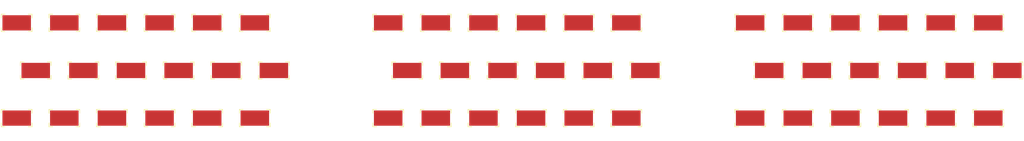
<source format=kicad_pcb>
(kicad_pcb (version 20171130) (host pcbnew "(5.1.0)-1")

  (general
    (thickness 1.6)
    (drawings 9)
    (tracks 0)
    (zones 0)
    (modules 54)
    (nets 1)
  )

  (page A4)
  (layers
    (0 F.Cu signal)
    (31 B.Cu signal)
    (32 B.Adhes user)
    (33 F.Adhes user)
    (34 B.Paste user)
    (35 F.Paste user)
    (36 B.SilkS user)
    (37 F.SilkS user)
    (38 B.Mask user)
    (39 F.Mask user)
    (40 Dwgs.User user)
    (41 Cmts.User user)
    (42 Eco1.User user)
    (43 Eco2.User user)
    (44 Edge.Cuts user)
    (45 Margin user)
    (46 B.CrtYd user)
    (47 F.CrtYd user)
    (48 B.Fab user)
    (49 F.Fab user)
  )

  (setup
    (last_trace_width 0.25)
    (trace_clearance 0.2)
    (zone_clearance 0.508)
    (zone_45_only no)
    (trace_min 0.2)
    (via_size 0.8)
    (via_drill 0.4)
    (via_min_size 0.4)
    (via_min_drill 0.3)
    (uvia_size 0.3)
    (uvia_drill 0.1)
    (uvias_allowed no)
    (uvia_min_size 0.2)
    (uvia_min_drill 0.1)
    (edge_width 0.05)
    (segment_width 0.2)
    (pcb_text_width 0.3)
    (pcb_text_size 1.5 1.5)
    (mod_edge_width 0.12)
    (mod_text_size 1 1)
    (mod_text_width 0.15)
    (pad_size 1.524 1.524)
    (pad_drill 0.762)
    (pad_to_mask_clearance 0.051)
    (solder_mask_min_width 0.25)
    (aux_axis_origin 0 0)
    (visible_elements 7FFFFFFF)
    (pcbplotparams
      (layerselection 0x010fc_ffffffff)
      (usegerberextensions false)
      (usegerberattributes false)
      (usegerberadvancedattributes false)
      (creategerberjobfile false)
      (excludeedgelayer true)
      (linewidth 0.100000)
      (plotframeref false)
      (viasonmask false)
      (mode 1)
      (useauxorigin false)
      (hpglpennumber 1)
      (hpglpenspeed 20)
      (hpglpendiameter 15.000000)
      (psnegative false)
      (psa4output false)
      (plotreference true)
      (plotvalue true)
      (plotinvisibletext false)
      (padsonsilk false)
      (subtractmaskfromsilk false)
      (outputformat 1)
      (mirror false)
      (drillshape 1)
      (scaleselection 1)
      (outputdirectory ""))
  )

  (net 0 "")

  (net_class Default "This is the default net class."
    (clearance 0.2)
    (trace_width 0.25)
    (via_dia 0.8)
    (via_drill 0.4)
    (uvia_dia 0.3)
    (uvia_drill 0.1)
  )

  (module Source_Footprints:PC_Test_Point_Mini_3.8x2.03mm (layer F.Cu) (tedit 5A983F1D) (tstamp 5CC33244)
    (at 152.4 35.56)
    (descr file:///C:/Users/chad_rosencrans/Downloads/5029.PDF)
    (fp_text reference " " (at 0 -2.06) (layer F.SilkS)
      (effects (font (size 1 1) (thickness 0.15)))
    )
    (fp_text value " " (at 0 2.18) (layer F.Fab)
      (effects (font (size 1 1) (thickness 0.15)))
    )
    (fp_text user %R (at 0 0) (layer F.Fab)
      (effects (font (size 0.5 0.5) (thickness 0.05)))
    )
    (fp_line (start 2.2 1.26) (end -2.2 1.26) (layer F.CrtYd) (width 0.05))
    (fp_line (start -2.2 -1.26) (end -2.2 1.26) (layer F.CrtYd) (width 0.05))
    (fp_line (start 2.2 -1.26) (end 2.2 1.26) (layer F.CrtYd) (width 0.05))
    (fp_line (start 2.2 -1.26) (end -2.2 -1.26) (layer F.CrtYd) (width 0.05))
    (fp_line (start 2.05 1.15) (end 2.05 0.65) (layer F.SilkS) (width 0.1))
    (fp_line (start 2.05 1.15) (end 1.55 1.15) (layer F.SilkS) (width 0.1))
    (fp_line (start -2.05 1.15) (end -1.55 1.15) (layer F.SilkS) (width 0.1))
    (fp_line (start -2.05 1.15) (end -2.05 0.65) (layer F.SilkS) (width 0.1))
    (fp_line (start -2.05 -1.15) (end -2.05 -0.65) (layer F.SilkS) (width 0.1))
    (fp_line (start -2.05 -1.15) (end -1.55 -1.15) (layer F.SilkS) (width 0.1))
    (fp_line (start 2.05 -1.15) (end 2.05 -0.65) (layer F.SilkS) (width 0.1))
    (fp_line (start 2.05 -1.15) (end 1.55 -1.15) (layer F.SilkS) (width 0.1))
    (fp_line (start -1.95 -1.01) (end 1.95 -1.01) (layer F.Fab) (width 0.1))
    (fp_line (start 1.95 1.01) (end 1.95 -1.01) (layer F.Fab) (width 0.1))
    (fp_line (start -1.95 1.01) (end -1.95 -1.01) (layer F.Fab) (width 0.1))
    (fp_line (start -1.95 1.01) (end 1.95 1.01) (layer F.Fab) (width 0.1))
    (pad 1 smd rect (at 0 0) (size 3.8 2.03) (layers F.Cu F.Paste F.Mask))
  )

  (module Source_Footprints:PC_Test_Point_Mini_3.8x2.03mm (layer F.Cu) (tedit 5A983F1D) (tstamp 5CC3322F)
    (at 139.7 35.56)
    (descr file:///C:/Users/chad_rosencrans/Downloads/5029.PDF)
    (fp_text reference " " (at 0 -2.06) (layer F.SilkS)
      (effects (font (size 1 1) (thickness 0.15)))
    )
    (fp_text value " " (at 0 2.18) (layer F.Fab)
      (effects (font (size 1 1) (thickness 0.15)))
    )
    (fp_text user %R (at 0 0) (layer F.Fab)
      (effects (font (size 0.5 0.5) (thickness 0.05)))
    )
    (fp_line (start 2.2 1.26) (end -2.2 1.26) (layer F.CrtYd) (width 0.05))
    (fp_line (start -2.2 -1.26) (end -2.2 1.26) (layer F.CrtYd) (width 0.05))
    (fp_line (start 2.2 -1.26) (end 2.2 1.26) (layer F.CrtYd) (width 0.05))
    (fp_line (start 2.2 -1.26) (end -2.2 -1.26) (layer F.CrtYd) (width 0.05))
    (fp_line (start 2.05 1.15) (end 2.05 0.65) (layer F.SilkS) (width 0.1))
    (fp_line (start 2.05 1.15) (end 1.55 1.15) (layer F.SilkS) (width 0.1))
    (fp_line (start -2.05 1.15) (end -1.55 1.15) (layer F.SilkS) (width 0.1))
    (fp_line (start -2.05 1.15) (end -2.05 0.65) (layer F.SilkS) (width 0.1))
    (fp_line (start -2.05 -1.15) (end -2.05 -0.65) (layer F.SilkS) (width 0.1))
    (fp_line (start -2.05 -1.15) (end -1.55 -1.15) (layer F.SilkS) (width 0.1))
    (fp_line (start 2.05 -1.15) (end 2.05 -0.65) (layer F.SilkS) (width 0.1))
    (fp_line (start 2.05 -1.15) (end 1.55 -1.15) (layer F.SilkS) (width 0.1))
    (fp_line (start -1.95 -1.01) (end 1.95 -1.01) (layer F.Fab) (width 0.1))
    (fp_line (start 1.95 1.01) (end 1.95 -1.01) (layer F.Fab) (width 0.1))
    (fp_line (start -1.95 1.01) (end -1.95 -1.01) (layer F.Fab) (width 0.1))
    (fp_line (start -1.95 1.01) (end 1.95 1.01) (layer F.Fab) (width 0.1))
    (pad 1 smd rect (at 0 0) (size 3.8 2.03) (layers F.Cu F.Paste F.Mask))
  )

  (module Source_Footprints:PC_Test_Point_Mini_3.8x2.03mm (layer F.Cu) (tedit 5A983F1D) (tstamp 5CC3321A)
    (at 133.35 35.56)
    (descr file:///C:/Users/chad_rosencrans/Downloads/5029.PDF)
    (fp_text reference " " (at 0 -2.06) (layer F.SilkS)
      (effects (font (size 1 1) (thickness 0.15)))
    )
    (fp_text value " " (at 0 2.18) (layer F.Fab)
      (effects (font (size 1 1) (thickness 0.15)))
    )
    (fp_line (start -1.95 1.01) (end 1.95 1.01) (layer F.Fab) (width 0.1))
    (fp_line (start -1.95 1.01) (end -1.95 -1.01) (layer F.Fab) (width 0.1))
    (fp_line (start 1.95 1.01) (end 1.95 -1.01) (layer F.Fab) (width 0.1))
    (fp_line (start -1.95 -1.01) (end 1.95 -1.01) (layer F.Fab) (width 0.1))
    (fp_line (start 2.05 -1.15) (end 1.55 -1.15) (layer F.SilkS) (width 0.1))
    (fp_line (start 2.05 -1.15) (end 2.05 -0.65) (layer F.SilkS) (width 0.1))
    (fp_line (start -2.05 -1.15) (end -1.55 -1.15) (layer F.SilkS) (width 0.1))
    (fp_line (start -2.05 -1.15) (end -2.05 -0.65) (layer F.SilkS) (width 0.1))
    (fp_line (start -2.05 1.15) (end -2.05 0.65) (layer F.SilkS) (width 0.1))
    (fp_line (start -2.05 1.15) (end -1.55 1.15) (layer F.SilkS) (width 0.1))
    (fp_line (start 2.05 1.15) (end 1.55 1.15) (layer F.SilkS) (width 0.1))
    (fp_line (start 2.05 1.15) (end 2.05 0.65) (layer F.SilkS) (width 0.1))
    (fp_line (start 2.2 -1.26) (end -2.2 -1.26) (layer F.CrtYd) (width 0.05))
    (fp_line (start 2.2 -1.26) (end 2.2 1.26) (layer F.CrtYd) (width 0.05))
    (fp_line (start -2.2 -1.26) (end -2.2 1.26) (layer F.CrtYd) (width 0.05))
    (fp_line (start 2.2 1.26) (end -2.2 1.26) (layer F.CrtYd) (width 0.05))
    (fp_text user %R (at 0 0) (layer F.Fab)
      (effects (font (size 0.5 0.5) (thickness 0.05)))
    )
    (pad 1 smd rect (at 0 0) (size 3.8 2.03) (layers F.Cu F.Paste F.Mask))
  )

  (module Source_Footprints:PC_Test_Point_Mini_3.8x2.03mm (layer F.Cu) (tedit 5A983F1D) (tstamp 5CC33205)
    (at 120.65 35.56)
    (descr file:///C:/Users/chad_rosencrans/Downloads/5029.PDF)
    (fp_text reference " " (at 0 -2.06) (layer F.SilkS)
      (effects (font (size 1 1) (thickness 0.15)))
    )
    (fp_text value " " (at 0 2.18) (layer F.Fab)
      (effects (font (size 1 1) (thickness 0.15)))
    )
    (fp_text user %R (at 0 0) (layer F.Fab)
      (effects (font (size 0.5 0.5) (thickness 0.05)))
    )
    (fp_line (start 2.2 1.26) (end -2.2 1.26) (layer F.CrtYd) (width 0.05))
    (fp_line (start -2.2 -1.26) (end -2.2 1.26) (layer F.CrtYd) (width 0.05))
    (fp_line (start 2.2 -1.26) (end 2.2 1.26) (layer F.CrtYd) (width 0.05))
    (fp_line (start 2.2 -1.26) (end -2.2 -1.26) (layer F.CrtYd) (width 0.05))
    (fp_line (start 2.05 1.15) (end 2.05 0.65) (layer F.SilkS) (width 0.1))
    (fp_line (start 2.05 1.15) (end 1.55 1.15) (layer F.SilkS) (width 0.1))
    (fp_line (start -2.05 1.15) (end -1.55 1.15) (layer F.SilkS) (width 0.1))
    (fp_line (start -2.05 1.15) (end -2.05 0.65) (layer F.SilkS) (width 0.1))
    (fp_line (start -2.05 -1.15) (end -2.05 -0.65) (layer F.SilkS) (width 0.1))
    (fp_line (start -2.05 -1.15) (end -1.55 -1.15) (layer F.SilkS) (width 0.1))
    (fp_line (start 2.05 -1.15) (end 2.05 -0.65) (layer F.SilkS) (width 0.1))
    (fp_line (start 2.05 -1.15) (end 1.55 -1.15) (layer F.SilkS) (width 0.1))
    (fp_line (start -1.95 -1.01) (end 1.95 -1.01) (layer F.Fab) (width 0.1))
    (fp_line (start 1.95 1.01) (end 1.95 -1.01) (layer F.Fab) (width 0.1))
    (fp_line (start -1.95 1.01) (end -1.95 -1.01) (layer F.Fab) (width 0.1))
    (fp_line (start -1.95 1.01) (end 1.95 1.01) (layer F.Fab) (width 0.1))
    (pad 1 smd rect (at 0 0) (size 3.8 2.03) (layers F.Cu F.Paste F.Mask))
  )

  (module Source_Footprints:PC_Test_Point_Mini_3.8x2.03mm (layer F.Cu) (tedit 5A983F1D) (tstamp 5CC331F0)
    (at 146.05 35.56)
    (descr file:///C:/Users/chad_rosencrans/Downloads/5029.PDF)
    (fp_text reference " " (at 0 -2.06) (layer F.SilkS)
      (effects (font (size 1 1) (thickness 0.15)))
    )
    (fp_text value " " (at 0 2.18) (layer F.Fab)
      (effects (font (size 1 1) (thickness 0.15)))
    )
    (fp_line (start -1.95 1.01) (end 1.95 1.01) (layer F.Fab) (width 0.1))
    (fp_line (start -1.95 1.01) (end -1.95 -1.01) (layer F.Fab) (width 0.1))
    (fp_line (start 1.95 1.01) (end 1.95 -1.01) (layer F.Fab) (width 0.1))
    (fp_line (start -1.95 -1.01) (end 1.95 -1.01) (layer F.Fab) (width 0.1))
    (fp_line (start 2.05 -1.15) (end 1.55 -1.15) (layer F.SilkS) (width 0.1))
    (fp_line (start 2.05 -1.15) (end 2.05 -0.65) (layer F.SilkS) (width 0.1))
    (fp_line (start -2.05 -1.15) (end -1.55 -1.15) (layer F.SilkS) (width 0.1))
    (fp_line (start -2.05 -1.15) (end -2.05 -0.65) (layer F.SilkS) (width 0.1))
    (fp_line (start -2.05 1.15) (end -2.05 0.65) (layer F.SilkS) (width 0.1))
    (fp_line (start -2.05 1.15) (end -1.55 1.15) (layer F.SilkS) (width 0.1))
    (fp_line (start 2.05 1.15) (end 1.55 1.15) (layer F.SilkS) (width 0.1))
    (fp_line (start 2.05 1.15) (end 2.05 0.65) (layer F.SilkS) (width 0.1))
    (fp_line (start 2.2 -1.26) (end -2.2 -1.26) (layer F.CrtYd) (width 0.05))
    (fp_line (start 2.2 -1.26) (end 2.2 1.26) (layer F.CrtYd) (width 0.05))
    (fp_line (start -2.2 -1.26) (end -2.2 1.26) (layer F.CrtYd) (width 0.05))
    (fp_line (start 2.2 1.26) (end -2.2 1.26) (layer F.CrtYd) (width 0.05))
    (fp_text user %R (at 0 0) (layer F.Fab)
      (effects (font (size 0.5 0.5) (thickness 0.05)))
    )
    (pad 1 smd rect (at 0 0) (size 3.8 2.03) (layers F.Cu F.Paste F.Mask))
  )

  (module Source_Footprints:PC_Test_Point_Mini_3.8x2.03mm (layer F.Cu) (tedit 5A983F1D) (tstamp 5CC331D8)
    (at 143.51 41.91)
    (descr file:///C:/Users/chad_rosencrans/Downloads/5029.PDF)
    (fp_text reference " " (at 0 -2.06) (layer F.SilkS)
      (effects (font (size 1 1) (thickness 0.15)))
    )
    (fp_text value " " (at 0 2.18) (layer F.Fab)
      (effects (font (size 1 1) (thickness 0.15)))
    )
    (fp_line (start -1.95 1.01) (end 1.95 1.01) (layer F.Fab) (width 0.1))
    (fp_line (start -1.95 1.01) (end -1.95 -1.01) (layer F.Fab) (width 0.1))
    (fp_line (start 1.95 1.01) (end 1.95 -1.01) (layer F.Fab) (width 0.1))
    (fp_line (start -1.95 -1.01) (end 1.95 -1.01) (layer F.Fab) (width 0.1))
    (fp_line (start 2.05 -1.15) (end 1.55 -1.15) (layer F.SilkS) (width 0.1))
    (fp_line (start 2.05 -1.15) (end 2.05 -0.65) (layer F.SilkS) (width 0.1))
    (fp_line (start -2.05 -1.15) (end -1.55 -1.15) (layer F.SilkS) (width 0.1))
    (fp_line (start -2.05 -1.15) (end -2.05 -0.65) (layer F.SilkS) (width 0.1))
    (fp_line (start -2.05 1.15) (end -2.05 0.65) (layer F.SilkS) (width 0.1))
    (fp_line (start -2.05 1.15) (end -1.55 1.15) (layer F.SilkS) (width 0.1))
    (fp_line (start 2.05 1.15) (end 1.55 1.15) (layer F.SilkS) (width 0.1))
    (fp_line (start 2.05 1.15) (end 2.05 0.65) (layer F.SilkS) (width 0.1))
    (fp_line (start 2.2 -1.26) (end -2.2 -1.26) (layer F.CrtYd) (width 0.05))
    (fp_line (start 2.2 -1.26) (end 2.2 1.26) (layer F.CrtYd) (width 0.05))
    (fp_line (start -2.2 -1.26) (end -2.2 1.26) (layer F.CrtYd) (width 0.05))
    (fp_line (start 2.2 1.26) (end -2.2 1.26) (layer F.CrtYd) (width 0.05))
    (fp_text user %R (at 0 0) (layer F.Fab)
      (effects (font (size 0.5 0.5) (thickness 0.05)))
    )
    (pad 1 smd rect (at 0 0) (size 3.8 2.03) (layers F.Cu F.Paste F.Mask))
  )

  (module Source_Footprints:PC_Test_Point_Mini_3.8x2.03mm (layer F.Cu) (tedit 5A983F1D) (tstamp 5CC331C3)
    (at 118.11 41.91)
    (descr file:///C:/Users/chad_rosencrans/Downloads/5029.PDF)
    (fp_text reference " " (at 0 -2.06) (layer F.SilkS)
      (effects (font (size 1 1) (thickness 0.15)))
    )
    (fp_text value " " (at 0 2.18) (layer F.Fab)
      (effects (font (size 1 1) (thickness 0.15)))
    )
    (fp_text user %R (at 0 0) (layer F.Fab)
      (effects (font (size 0.5 0.5) (thickness 0.05)))
    )
    (fp_line (start 2.2 1.26) (end -2.2 1.26) (layer F.CrtYd) (width 0.05))
    (fp_line (start -2.2 -1.26) (end -2.2 1.26) (layer F.CrtYd) (width 0.05))
    (fp_line (start 2.2 -1.26) (end 2.2 1.26) (layer F.CrtYd) (width 0.05))
    (fp_line (start 2.2 -1.26) (end -2.2 -1.26) (layer F.CrtYd) (width 0.05))
    (fp_line (start 2.05 1.15) (end 2.05 0.65) (layer F.SilkS) (width 0.1))
    (fp_line (start 2.05 1.15) (end 1.55 1.15) (layer F.SilkS) (width 0.1))
    (fp_line (start -2.05 1.15) (end -1.55 1.15) (layer F.SilkS) (width 0.1))
    (fp_line (start -2.05 1.15) (end -2.05 0.65) (layer F.SilkS) (width 0.1))
    (fp_line (start -2.05 -1.15) (end -2.05 -0.65) (layer F.SilkS) (width 0.1))
    (fp_line (start -2.05 -1.15) (end -1.55 -1.15) (layer F.SilkS) (width 0.1))
    (fp_line (start 2.05 -1.15) (end 2.05 -0.65) (layer F.SilkS) (width 0.1))
    (fp_line (start 2.05 -1.15) (end 1.55 -1.15) (layer F.SilkS) (width 0.1))
    (fp_line (start -1.95 -1.01) (end 1.95 -1.01) (layer F.Fab) (width 0.1))
    (fp_line (start 1.95 1.01) (end 1.95 -1.01) (layer F.Fab) (width 0.1))
    (fp_line (start -1.95 1.01) (end -1.95 -1.01) (layer F.Fab) (width 0.1))
    (fp_line (start -1.95 1.01) (end 1.95 1.01) (layer F.Fab) (width 0.1))
    (pad 1 smd rect (at 0 0) (size 3.8 2.03) (layers F.Cu F.Paste F.Mask))
  )

  (module Source_Footprints:PC_Test_Point_Mini_3.8x2.03mm (layer F.Cu) (tedit 5A983F1D) (tstamp 5CC331AE)
    (at 137.16 41.91)
    (descr file:///C:/Users/chad_rosencrans/Downloads/5029.PDF)
    (fp_text reference " " (at 0 -2.06) (layer F.SilkS)
      (effects (font (size 1 1) (thickness 0.15)))
    )
    (fp_text value " " (at 0 2.18) (layer F.Fab)
      (effects (font (size 1 1) (thickness 0.15)))
    )
    (fp_text user %R (at 0 0) (layer F.Fab)
      (effects (font (size 0.5 0.5) (thickness 0.05)))
    )
    (fp_line (start 2.2 1.26) (end -2.2 1.26) (layer F.CrtYd) (width 0.05))
    (fp_line (start -2.2 -1.26) (end -2.2 1.26) (layer F.CrtYd) (width 0.05))
    (fp_line (start 2.2 -1.26) (end 2.2 1.26) (layer F.CrtYd) (width 0.05))
    (fp_line (start 2.2 -1.26) (end -2.2 -1.26) (layer F.CrtYd) (width 0.05))
    (fp_line (start 2.05 1.15) (end 2.05 0.65) (layer F.SilkS) (width 0.1))
    (fp_line (start 2.05 1.15) (end 1.55 1.15) (layer F.SilkS) (width 0.1))
    (fp_line (start -2.05 1.15) (end -1.55 1.15) (layer F.SilkS) (width 0.1))
    (fp_line (start -2.05 1.15) (end -2.05 0.65) (layer F.SilkS) (width 0.1))
    (fp_line (start -2.05 -1.15) (end -2.05 -0.65) (layer F.SilkS) (width 0.1))
    (fp_line (start -2.05 -1.15) (end -1.55 -1.15) (layer F.SilkS) (width 0.1))
    (fp_line (start 2.05 -1.15) (end 2.05 -0.65) (layer F.SilkS) (width 0.1))
    (fp_line (start 2.05 -1.15) (end 1.55 -1.15) (layer F.SilkS) (width 0.1))
    (fp_line (start -1.95 -1.01) (end 1.95 -1.01) (layer F.Fab) (width 0.1))
    (fp_line (start 1.95 1.01) (end 1.95 -1.01) (layer F.Fab) (width 0.1))
    (fp_line (start -1.95 1.01) (end -1.95 -1.01) (layer F.Fab) (width 0.1))
    (fp_line (start -1.95 1.01) (end 1.95 1.01) (layer F.Fab) (width 0.1))
    (pad 1 smd rect (at 0 0) (size 3.8 2.03) (layers F.Cu F.Paste F.Mask))
  )

  (module Source_Footprints:PC_Test_Point_Mini_3.8x2.03mm (layer F.Cu) (tedit 5A983F1D) (tstamp 5CC33199)
    (at 130.81 41.91)
    (descr file:///C:/Users/chad_rosencrans/Downloads/5029.PDF)
    (fp_text reference " " (at 0 -2.06) (layer F.SilkS)
      (effects (font (size 1 1) (thickness 0.15)))
    )
    (fp_text value " " (at 0 2.18) (layer F.Fab)
      (effects (font (size 1 1) (thickness 0.15)))
    )
    (fp_line (start -1.95 1.01) (end 1.95 1.01) (layer F.Fab) (width 0.1))
    (fp_line (start -1.95 1.01) (end -1.95 -1.01) (layer F.Fab) (width 0.1))
    (fp_line (start 1.95 1.01) (end 1.95 -1.01) (layer F.Fab) (width 0.1))
    (fp_line (start -1.95 -1.01) (end 1.95 -1.01) (layer F.Fab) (width 0.1))
    (fp_line (start 2.05 -1.15) (end 1.55 -1.15) (layer F.SilkS) (width 0.1))
    (fp_line (start 2.05 -1.15) (end 2.05 -0.65) (layer F.SilkS) (width 0.1))
    (fp_line (start -2.05 -1.15) (end -1.55 -1.15) (layer F.SilkS) (width 0.1))
    (fp_line (start -2.05 -1.15) (end -2.05 -0.65) (layer F.SilkS) (width 0.1))
    (fp_line (start -2.05 1.15) (end -2.05 0.65) (layer F.SilkS) (width 0.1))
    (fp_line (start -2.05 1.15) (end -1.55 1.15) (layer F.SilkS) (width 0.1))
    (fp_line (start 2.05 1.15) (end 1.55 1.15) (layer F.SilkS) (width 0.1))
    (fp_line (start 2.05 1.15) (end 2.05 0.65) (layer F.SilkS) (width 0.1))
    (fp_line (start 2.2 -1.26) (end -2.2 -1.26) (layer F.CrtYd) (width 0.05))
    (fp_line (start 2.2 -1.26) (end 2.2 1.26) (layer F.CrtYd) (width 0.05))
    (fp_line (start -2.2 -1.26) (end -2.2 1.26) (layer F.CrtYd) (width 0.05))
    (fp_line (start 2.2 1.26) (end -2.2 1.26) (layer F.CrtYd) (width 0.05))
    (fp_text user %R (at 0 0) (layer F.Fab)
      (effects (font (size 0.5 0.5) (thickness 0.05)))
    )
    (pad 1 smd rect (at 0 0) (size 3.8 2.03) (layers F.Cu F.Paste F.Mask))
  )

  (module Source_Footprints:PC_Test_Point_Mini_3.8x2.03mm (layer F.Cu) (tedit 5A983F1D) (tstamp 5CC33184)
    (at 127 35.56)
    (descr file:///C:/Users/chad_rosencrans/Downloads/5029.PDF)
    (fp_text reference " " (at 0 -2.06) (layer F.SilkS)
      (effects (font (size 1 1) (thickness 0.15)))
    )
    (fp_text value " " (at 0 2.18) (layer F.Fab)
      (effects (font (size 1 1) (thickness 0.15)))
    )
    (fp_line (start -1.95 1.01) (end 1.95 1.01) (layer F.Fab) (width 0.1))
    (fp_line (start -1.95 1.01) (end -1.95 -1.01) (layer F.Fab) (width 0.1))
    (fp_line (start 1.95 1.01) (end 1.95 -1.01) (layer F.Fab) (width 0.1))
    (fp_line (start -1.95 -1.01) (end 1.95 -1.01) (layer F.Fab) (width 0.1))
    (fp_line (start 2.05 -1.15) (end 1.55 -1.15) (layer F.SilkS) (width 0.1))
    (fp_line (start 2.05 -1.15) (end 2.05 -0.65) (layer F.SilkS) (width 0.1))
    (fp_line (start -2.05 -1.15) (end -1.55 -1.15) (layer F.SilkS) (width 0.1))
    (fp_line (start -2.05 -1.15) (end -2.05 -0.65) (layer F.SilkS) (width 0.1))
    (fp_line (start -2.05 1.15) (end -2.05 0.65) (layer F.SilkS) (width 0.1))
    (fp_line (start -2.05 1.15) (end -1.55 1.15) (layer F.SilkS) (width 0.1))
    (fp_line (start 2.05 1.15) (end 1.55 1.15) (layer F.SilkS) (width 0.1))
    (fp_line (start 2.05 1.15) (end 2.05 0.65) (layer F.SilkS) (width 0.1))
    (fp_line (start 2.2 -1.26) (end -2.2 -1.26) (layer F.CrtYd) (width 0.05))
    (fp_line (start 2.2 -1.26) (end 2.2 1.26) (layer F.CrtYd) (width 0.05))
    (fp_line (start -2.2 -1.26) (end -2.2 1.26) (layer F.CrtYd) (width 0.05))
    (fp_line (start 2.2 1.26) (end -2.2 1.26) (layer F.CrtYd) (width 0.05))
    (fp_text user %R (at 0 0) (layer F.Fab)
      (effects (font (size 0.5 0.5) (thickness 0.05)))
    )
    (pad 1 smd rect (at 0 0) (size 3.8 2.03) (layers F.Cu F.Paste F.Mask))
  )

  (module Source_Footprints:PC_Test_Point_Mini_3.8x2.03mm (layer F.Cu) (tedit 5A983F1D) (tstamp 5CC3316F)
    (at 149.86 41.91)
    (descr file:///C:/Users/chad_rosencrans/Downloads/5029.PDF)
    (fp_text reference " " (at 0 -2.06) (layer F.SilkS)
      (effects (font (size 1 1) (thickness 0.15)))
    )
    (fp_text value " " (at 0 2.18) (layer F.Fab)
      (effects (font (size 1 1) (thickness 0.15)))
    )
    (fp_text user %R (at 0 0) (layer F.Fab)
      (effects (font (size 0.5 0.5) (thickness 0.05)))
    )
    (fp_line (start 2.2 1.26) (end -2.2 1.26) (layer F.CrtYd) (width 0.05))
    (fp_line (start -2.2 -1.26) (end -2.2 1.26) (layer F.CrtYd) (width 0.05))
    (fp_line (start 2.2 -1.26) (end 2.2 1.26) (layer F.CrtYd) (width 0.05))
    (fp_line (start 2.2 -1.26) (end -2.2 -1.26) (layer F.CrtYd) (width 0.05))
    (fp_line (start 2.05 1.15) (end 2.05 0.65) (layer F.SilkS) (width 0.1))
    (fp_line (start 2.05 1.15) (end 1.55 1.15) (layer F.SilkS) (width 0.1))
    (fp_line (start -2.05 1.15) (end -1.55 1.15) (layer F.SilkS) (width 0.1))
    (fp_line (start -2.05 1.15) (end -2.05 0.65) (layer F.SilkS) (width 0.1))
    (fp_line (start -2.05 -1.15) (end -2.05 -0.65) (layer F.SilkS) (width 0.1))
    (fp_line (start -2.05 -1.15) (end -1.55 -1.15) (layer F.SilkS) (width 0.1))
    (fp_line (start 2.05 -1.15) (end 2.05 -0.65) (layer F.SilkS) (width 0.1))
    (fp_line (start 2.05 -1.15) (end 1.55 -1.15) (layer F.SilkS) (width 0.1))
    (fp_line (start -1.95 -1.01) (end 1.95 -1.01) (layer F.Fab) (width 0.1))
    (fp_line (start 1.95 1.01) (end 1.95 -1.01) (layer F.Fab) (width 0.1))
    (fp_line (start -1.95 1.01) (end -1.95 -1.01) (layer F.Fab) (width 0.1))
    (fp_line (start -1.95 1.01) (end 1.95 1.01) (layer F.Fab) (width 0.1))
    (pad 1 smd rect (at 0 0) (size 3.8 2.03) (layers F.Cu F.Paste F.Mask))
  )

  (module Source_Footprints:PC_Test_Point_Mini_3.8x2.03mm (layer F.Cu) (tedit 5A983F1D) (tstamp 5CC3315A)
    (at 124.46 41.91)
    (descr file:///C:/Users/chad_rosencrans/Downloads/5029.PDF)
    (fp_text reference " " (at 0 -2.06) (layer F.SilkS)
      (effects (font (size 1 1) (thickness 0.15)))
    )
    (fp_text value " " (at 0 2.18) (layer F.Fab)
      (effects (font (size 1 1) (thickness 0.15)))
    )
    (fp_line (start -1.95 1.01) (end 1.95 1.01) (layer F.Fab) (width 0.1))
    (fp_line (start -1.95 1.01) (end -1.95 -1.01) (layer F.Fab) (width 0.1))
    (fp_line (start 1.95 1.01) (end 1.95 -1.01) (layer F.Fab) (width 0.1))
    (fp_line (start -1.95 -1.01) (end 1.95 -1.01) (layer F.Fab) (width 0.1))
    (fp_line (start 2.05 -1.15) (end 1.55 -1.15) (layer F.SilkS) (width 0.1))
    (fp_line (start 2.05 -1.15) (end 2.05 -0.65) (layer F.SilkS) (width 0.1))
    (fp_line (start -2.05 -1.15) (end -1.55 -1.15) (layer F.SilkS) (width 0.1))
    (fp_line (start -2.05 -1.15) (end -2.05 -0.65) (layer F.SilkS) (width 0.1))
    (fp_line (start -2.05 1.15) (end -2.05 0.65) (layer F.SilkS) (width 0.1))
    (fp_line (start -2.05 1.15) (end -1.55 1.15) (layer F.SilkS) (width 0.1))
    (fp_line (start 2.05 1.15) (end 1.55 1.15) (layer F.SilkS) (width 0.1))
    (fp_line (start 2.05 1.15) (end 2.05 0.65) (layer F.SilkS) (width 0.1))
    (fp_line (start 2.2 -1.26) (end -2.2 -1.26) (layer F.CrtYd) (width 0.05))
    (fp_line (start 2.2 -1.26) (end 2.2 1.26) (layer F.CrtYd) (width 0.05))
    (fp_line (start -2.2 -1.26) (end -2.2 1.26) (layer F.CrtYd) (width 0.05))
    (fp_line (start 2.2 1.26) (end -2.2 1.26) (layer F.CrtYd) (width 0.05))
    (fp_text user %R (at 0 0) (layer F.Fab)
      (effects (font (size 0.5 0.5) (thickness 0.05)))
    )
    (pad 1 smd rect (at 0 0) (size 3.8 2.03) (layers F.Cu F.Paste F.Mask))
  )

  (module Source_Footprints:PC_Test_Point_Mini_3.8x2.03mm (layer F.Cu) (tedit 5A983F1D) (tstamp 5CC33145)
    (at 124.46 29.21)
    (descr file:///C:/Users/chad_rosencrans/Downloads/5029.PDF)
    (fp_text reference " " (at 0 -2.06) (layer F.SilkS)
      (effects (font (size 1 1) (thickness 0.15)))
    )
    (fp_text value " " (at 0 2.18) (layer F.Fab)
      (effects (font (size 1 1) (thickness 0.15)))
    )
    (fp_text user %R (at 0 0) (layer F.Fab)
      (effects (font (size 0.5 0.5) (thickness 0.05)))
    )
    (fp_line (start 2.2 1.26) (end -2.2 1.26) (layer F.CrtYd) (width 0.05))
    (fp_line (start -2.2 -1.26) (end -2.2 1.26) (layer F.CrtYd) (width 0.05))
    (fp_line (start 2.2 -1.26) (end 2.2 1.26) (layer F.CrtYd) (width 0.05))
    (fp_line (start 2.2 -1.26) (end -2.2 -1.26) (layer F.CrtYd) (width 0.05))
    (fp_line (start 2.05 1.15) (end 2.05 0.65) (layer F.SilkS) (width 0.1))
    (fp_line (start 2.05 1.15) (end 1.55 1.15) (layer F.SilkS) (width 0.1))
    (fp_line (start -2.05 1.15) (end -1.55 1.15) (layer F.SilkS) (width 0.1))
    (fp_line (start -2.05 1.15) (end -2.05 0.65) (layer F.SilkS) (width 0.1))
    (fp_line (start -2.05 -1.15) (end -2.05 -0.65) (layer F.SilkS) (width 0.1))
    (fp_line (start -2.05 -1.15) (end -1.55 -1.15) (layer F.SilkS) (width 0.1))
    (fp_line (start 2.05 -1.15) (end 2.05 -0.65) (layer F.SilkS) (width 0.1))
    (fp_line (start 2.05 -1.15) (end 1.55 -1.15) (layer F.SilkS) (width 0.1))
    (fp_line (start -1.95 -1.01) (end 1.95 -1.01) (layer F.Fab) (width 0.1))
    (fp_line (start 1.95 1.01) (end 1.95 -1.01) (layer F.Fab) (width 0.1))
    (fp_line (start -1.95 1.01) (end -1.95 -1.01) (layer F.Fab) (width 0.1))
    (fp_line (start -1.95 1.01) (end 1.95 1.01) (layer F.Fab) (width 0.1))
    (pad 1 smd rect (at 0 0) (size 3.8 2.03) (layers F.Cu F.Paste F.Mask))
  )

  (module Source_Footprints:PC_Test_Point_Mini_3.8x2.03mm (layer F.Cu) (tedit 5A983F1D) (tstamp 5CC33130)
    (at 149.86 29.21)
    (descr file:///C:/Users/chad_rosencrans/Downloads/5029.PDF)
    (fp_text reference " " (at 0 -2.06) (layer F.SilkS)
      (effects (font (size 1 1) (thickness 0.15)))
    )
    (fp_text value " " (at 0 2.18) (layer F.Fab)
      (effects (font (size 1 1) (thickness 0.15)))
    )
    (fp_line (start -1.95 1.01) (end 1.95 1.01) (layer F.Fab) (width 0.1))
    (fp_line (start -1.95 1.01) (end -1.95 -1.01) (layer F.Fab) (width 0.1))
    (fp_line (start 1.95 1.01) (end 1.95 -1.01) (layer F.Fab) (width 0.1))
    (fp_line (start -1.95 -1.01) (end 1.95 -1.01) (layer F.Fab) (width 0.1))
    (fp_line (start 2.05 -1.15) (end 1.55 -1.15) (layer F.SilkS) (width 0.1))
    (fp_line (start 2.05 -1.15) (end 2.05 -0.65) (layer F.SilkS) (width 0.1))
    (fp_line (start -2.05 -1.15) (end -1.55 -1.15) (layer F.SilkS) (width 0.1))
    (fp_line (start -2.05 -1.15) (end -2.05 -0.65) (layer F.SilkS) (width 0.1))
    (fp_line (start -2.05 1.15) (end -2.05 0.65) (layer F.SilkS) (width 0.1))
    (fp_line (start -2.05 1.15) (end -1.55 1.15) (layer F.SilkS) (width 0.1))
    (fp_line (start 2.05 1.15) (end 1.55 1.15) (layer F.SilkS) (width 0.1))
    (fp_line (start 2.05 1.15) (end 2.05 0.65) (layer F.SilkS) (width 0.1))
    (fp_line (start 2.2 -1.26) (end -2.2 -1.26) (layer F.CrtYd) (width 0.05))
    (fp_line (start 2.2 -1.26) (end 2.2 1.26) (layer F.CrtYd) (width 0.05))
    (fp_line (start -2.2 -1.26) (end -2.2 1.26) (layer F.CrtYd) (width 0.05))
    (fp_line (start 2.2 1.26) (end -2.2 1.26) (layer F.CrtYd) (width 0.05))
    (fp_text user %R (at 0 0) (layer F.Fab)
      (effects (font (size 0.5 0.5) (thickness 0.05)))
    )
    (pad 1 smd rect (at 0 0) (size 3.8 2.03) (layers F.Cu F.Paste F.Mask))
  )

  (module Source_Footprints:PC_Test_Point_Mini_3.8x2.03mm (layer F.Cu) (tedit 5A983F1D) (tstamp 5CC3311B)
    (at 130.81 29.21)
    (descr file:///C:/Users/chad_rosencrans/Downloads/5029.PDF)
    (fp_text reference " " (at 0 -2.06) (layer F.SilkS)
      (effects (font (size 1 1) (thickness 0.15)))
    )
    (fp_text value " " (at 0 2.18) (layer F.Fab)
      (effects (font (size 1 1) (thickness 0.15)))
    )
    (fp_text user %R (at 0 0) (layer F.Fab)
      (effects (font (size 0.5 0.5) (thickness 0.05)))
    )
    (fp_line (start 2.2 1.26) (end -2.2 1.26) (layer F.CrtYd) (width 0.05))
    (fp_line (start -2.2 -1.26) (end -2.2 1.26) (layer F.CrtYd) (width 0.05))
    (fp_line (start 2.2 -1.26) (end 2.2 1.26) (layer F.CrtYd) (width 0.05))
    (fp_line (start 2.2 -1.26) (end -2.2 -1.26) (layer F.CrtYd) (width 0.05))
    (fp_line (start 2.05 1.15) (end 2.05 0.65) (layer F.SilkS) (width 0.1))
    (fp_line (start 2.05 1.15) (end 1.55 1.15) (layer F.SilkS) (width 0.1))
    (fp_line (start -2.05 1.15) (end -1.55 1.15) (layer F.SilkS) (width 0.1))
    (fp_line (start -2.05 1.15) (end -2.05 0.65) (layer F.SilkS) (width 0.1))
    (fp_line (start -2.05 -1.15) (end -2.05 -0.65) (layer F.SilkS) (width 0.1))
    (fp_line (start -2.05 -1.15) (end -1.55 -1.15) (layer F.SilkS) (width 0.1))
    (fp_line (start 2.05 -1.15) (end 2.05 -0.65) (layer F.SilkS) (width 0.1))
    (fp_line (start 2.05 -1.15) (end 1.55 -1.15) (layer F.SilkS) (width 0.1))
    (fp_line (start -1.95 -1.01) (end 1.95 -1.01) (layer F.Fab) (width 0.1))
    (fp_line (start 1.95 1.01) (end 1.95 -1.01) (layer F.Fab) (width 0.1))
    (fp_line (start -1.95 1.01) (end -1.95 -1.01) (layer F.Fab) (width 0.1))
    (fp_line (start -1.95 1.01) (end 1.95 1.01) (layer F.Fab) (width 0.1))
    (pad 1 smd rect (at 0 0) (size 3.8 2.03) (layers F.Cu F.Paste F.Mask))
  )

  (module Source_Footprints:PC_Test_Point_Mini_3.8x2.03mm (layer F.Cu) (tedit 5A983F1D) (tstamp 5CC33106)
    (at 118.11 29.21)
    (descr file:///C:/Users/chad_rosencrans/Downloads/5029.PDF)
    (fp_text reference " " (at 0 -2.06) (layer F.SilkS)
      (effects (font (size 1 1) (thickness 0.15)))
    )
    (fp_text value " " (at 0 2.18) (layer F.Fab)
      (effects (font (size 1 1) (thickness 0.15)))
    )
    (fp_line (start -1.95 1.01) (end 1.95 1.01) (layer F.Fab) (width 0.1))
    (fp_line (start -1.95 1.01) (end -1.95 -1.01) (layer F.Fab) (width 0.1))
    (fp_line (start 1.95 1.01) (end 1.95 -1.01) (layer F.Fab) (width 0.1))
    (fp_line (start -1.95 -1.01) (end 1.95 -1.01) (layer F.Fab) (width 0.1))
    (fp_line (start 2.05 -1.15) (end 1.55 -1.15) (layer F.SilkS) (width 0.1))
    (fp_line (start 2.05 -1.15) (end 2.05 -0.65) (layer F.SilkS) (width 0.1))
    (fp_line (start -2.05 -1.15) (end -1.55 -1.15) (layer F.SilkS) (width 0.1))
    (fp_line (start -2.05 -1.15) (end -2.05 -0.65) (layer F.SilkS) (width 0.1))
    (fp_line (start -2.05 1.15) (end -2.05 0.65) (layer F.SilkS) (width 0.1))
    (fp_line (start -2.05 1.15) (end -1.55 1.15) (layer F.SilkS) (width 0.1))
    (fp_line (start 2.05 1.15) (end 1.55 1.15) (layer F.SilkS) (width 0.1))
    (fp_line (start 2.05 1.15) (end 2.05 0.65) (layer F.SilkS) (width 0.1))
    (fp_line (start 2.2 -1.26) (end -2.2 -1.26) (layer F.CrtYd) (width 0.05))
    (fp_line (start 2.2 -1.26) (end 2.2 1.26) (layer F.CrtYd) (width 0.05))
    (fp_line (start -2.2 -1.26) (end -2.2 1.26) (layer F.CrtYd) (width 0.05))
    (fp_line (start 2.2 1.26) (end -2.2 1.26) (layer F.CrtYd) (width 0.05))
    (fp_text user %R (at 0 0) (layer F.Fab)
      (effects (font (size 0.5 0.5) (thickness 0.05)))
    )
    (pad 1 smd rect (at 0 0) (size 3.8 2.03) (layers F.Cu F.Paste F.Mask))
  )

  (module Source_Footprints:PC_Test_Point_Mini_3.8x2.03mm (layer F.Cu) (tedit 5A983F1D) (tstamp 5CC330F1)
    (at 137.16 29.21)
    (descr file:///C:/Users/chad_rosencrans/Downloads/5029.PDF)
    (fp_text reference " " (at 0 -2.06) (layer F.SilkS)
      (effects (font (size 1 1) (thickness 0.15)))
    )
    (fp_text value " " (at 0 2.18) (layer F.Fab)
      (effects (font (size 1 1) (thickness 0.15)))
    )
    (fp_line (start -1.95 1.01) (end 1.95 1.01) (layer F.Fab) (width 0.1))
    (fp_line (start -1.95 1.01) (end -1.95 -1.01) (layer F.Fab) (width 0.1))
    (fp_line (start 1.95 1.01) (end 1.95 -1.01) (layer F.Fab) (width 0.1))
    (fp_line (start -1.95 -1.01) (end 1.95 -1.01) (layer F.Fab) (width 0.1))
    (fp_line (start 2.05 -1.15) (end 1.55 -1.15) (layer F.SilkS) (width 0.1))
    (fp_line (start 2.05 -1.15) (end 2.05 -0.65) (layer F.SilkS) (width 0.1))
    (fp_line (start -2.05 -1.15) (end -1.55 -1.15) (layer F.SilkS) (width 0.1))
    (fp_line (start -2.05 -1.15) (end -2.05 -0.65) (layer F.SilkS) (width 0.1))
    (fp_line (start -2.05 1.15) (end -2.05 0.65) (layer F.SilkS) (width 0.1))
    (fp_line (start -2.05 1.15) (end -1.55 1.15) (layer F.SilkS) (width 0.1))
    (fp_line (start 2.05 1.15) (end 1.55 1.15) (layer F.SilkS) (width 0.1))
    (fp_line (start 2.05 1.15) (end 2.05 0.65) (layer F.SilkS) (width 0.1))
    (fp_line (start 2.2 -1.26) (end -2.2 -1.26) (layer F.CrtYd) (width 0.05))
    (fp_line (start 2.2 -1.26) (end 2.2 1.26) (layer F.CrtYd) (width 0.05))
    (fp_line (start -2.2 -1.26) (end -2.2 1.26) (layer F.CrtYd) (width 0.05))
    (fp_line (start 2.2 1.26) (end -2.2 1.26) (layer F.CrtYd) (width 0.05))
    (fp_text user %R (at 0 0) (layer F.Fab)
      (effects (font (size 0.5 0.5) (thickness 0.05)))
    )
    (pad 1 smd rect (at 0 0) (size 3.8 2.03) (layers F.Cu F.Paste F.Mask))
  )

  (module Source_Footprints:PC_Test_Point_Mini_3.8x2.03mm (layer F.Cu) (tedit 5A983F1D) (tstamp 5CC330DC)
    (at 143.51 29.21)
    (descr file:///C:/Users/chad_rosencrans/Downloads/5029.PDF)
    (fp_text reference " " (at 0 -2.06) (layer F.SilkS)
      (effects (font (size 1 1) (thickness 0.15)))
    )
    (fp_text value " " (at 0 2.18) (layer F.Fab)
      (effects (font (size 1 1) (thickness 0.15)))
    )
    (fp_text user %R (at 0 0) (layer F.Fab)
      (effects (font (size 0.5 0.5) (thickness 0.05)))
    )
    (fp_line (start 2.2 1.26) (end -2.2 1.26) (layer F.CrtYd) (width 0.05))
    (fp_line (start -2.2 -1.26) (end -2.2 1.26) (layer F.CrtYd) (width 0.05))
    (fp_line (start 2.2 -1.26) (end 2.2 1.26) (layer F.CrtYd) (width 0.05))
    (fp_line (start 2.2 -1.26) (end -2.2 -1.26) (layer F.CrtYd) (width 0.05))
    (fp_line (start 2.05 1.15) (end 2.05 0.65) (layer F.SilkS) (width 0.1))
    (fp_line (start 2.05 1.15) (end 1.55 1.15) (layer F.SilkS) (width 0.1))
    (fp_line (start -2.05 1.15) (end -1.55 1.15) (layer F.SilkS) (width 0.1))
    (fp_line (start -2.05 1.15) (end -2.05 0.65) (layer F.SilkS) (width 0.1))
    (fp_line (start -2.05 -1.15) (end -2.05 -0.65) (layer F.SilkS) (width 0.1))
    (fp_line (start -2.05 -1.15) (end -1.55 -1.15) (layer F.SilkS) (width 0.1))
    (fp_line (start 2.05 -1.15) (end 2.05 -0.65) (layer F.SilkS) (width 0.1))
    (fp_line (start 2.05 -1.15) (end 1.55 -1.15) (layer F.SilkS) (width 0.1))
    (fp_line (start -1.95 -1.01) (end 1.95 -1.01) (layer F.Fab) (width 0.1))
    (fp_line (start 1.95 1.01) (end 1.95 -1.01) (layer F.Fab) (width 0.1))
    (fp_line (start -1.95 1.01) (end -1.95 -1.01) (layer F.Fab) (width 0.1))
    (fp_line (start -1.95 1.01) (end 1.95 1.01) (layer F.Fab) (width 0.1))
    (pad 1 smd rect (at 0 0) (size 3.8 2.03) (layers F.Cu F.Paste F.Mask))
  )

  (module Source_Footprints:PC_Test_Point_Mini_3.8x2.03mm (layer F.Cu) (tedit 5A983F1D) (tstamp 5CC33244)
    (at 104.14 35.56)
    (descr file:///C:/Users/chad_rosencrans/Downloads/5029.PDF)
    (fp_text reference " " (at 0 -2.06) (layer F.SilkS)
      (effects (font (size 1 1) (thickness 0.15)))
    )
    (fp_text value " " (at 0 2.18) (layer F.Fab)
      (effects (font (size 1 1) (thickness 0.15)))
    )
    (fp_text user %R (at 0 0) (layer F.Fab)
      (effects (font (size 0.5 0.5) (thickness 0.05)))
    )
    (fp_line (start 2.2 1.26) (end -2.2 1.26) (layer F.CrtYd) (width 0.05))
    (fp_line (start -2.2 -1.26) (end -2.2 1.26) (layer F.CrtYd) (width 0.05))
    (fp_line (start 2.2 -1.26) (end 2.2 1.26) (layer F.CrtYd) (width 0.05))
    (fp_line (start 2.2 -1.26) (end -2.2 -1.26) (layer F.CrtYd) (width 0.05))
    (fp_line (start 2.05 1.15) (end 2.05 0.65) (layer F.SilkS) (width 0.1))
    (fp_line (start 2.05 1.15) (end 1.55 1.15) (layer F.SilkS) (width 0.1))
    (fp_line (start -2.05 1.15) (end -1.55 1.15) (layer F.SilkS) (width 0.1))
    (fp_line (start -2.05 1.15) (end -2.05 0.65) (layer F.SilkS) (width 0.1))
    (fp_line (start -2.05 -1.15) (end -2.05 -0.65) (layer F.SilkS) (width 0.1))
    (fp_line (start -2.05 -1.15) (end -1.55 -1.15) (layer F.SilkS) (width 0.1))
    (fp_line (start 2.05 -1.15) (end 2.05 -0.65) (layer F.SilkS) (width 0.1))
    (fp_line (start 2.05 -1.15) (end 1.55 -1.15) (layer F.SilkS) (width 0.1))
    (fp_line (start -1.95 -1.01) (end 1.95 -1.01) (layer F.Fab) (width 0.1))
    (fp_line (start 1.95 1.01) (end 1.95 -1.01) (layer F.Fab) (width 0.1))
    (fp_line (start -1.95 1.01) (end -1.95 -1.01) (layer F.Fab) (width 0.1))
    (fp_line (start -1.95 1.01) (end 1.95 1.01) (layer F.Fab) (width 0.1))
    (pad 1 smd rect (at 0 0) (size 3.8 2.03) (layers F.Cu F.Paste F.Mask))
  )

  (module Source_Footprints:PC_Test_Point_Mini_3.8x2.03mm (layer F.Cu) (tedit 5A983F1D) (tstamp 5CC3322F)
    (at 91.44 35.56)
    (descr file:///C:/Users/chad_rosencrans/Downloads/5029.PDF)
    (fp_text reference " " (at 0 -2.06) (layer F.SilkS)
      (effects (font (size 1 1) (thickness 0.15)))
    )
    (fp_text value " " (at 0 2.18) (layer F.Fab)
      (effects (font (size 1 1) (thickness 0.15)))
    )
    (fp_text user %R (at 0 0) (layer F.Fab)
      (effects (font (size 0.5 0.5) (thickness 0.05)))
    )
    (fp_line (start 2.2 1.26) (end -2.2 1.26) (layer F.CrtYd) (width 0.05))
    (fp_line (start -2.2 -1.26) (end -2.2 1.26) (layer F.CrtYd) (width 0.05))
    (fp_line (start 2.2 -1.26) (end 2.2 1.26) (layer F.CrtYd) (width 0.05))
    (fp_line (start 2.2 -1.26) (end -2.2 -1.26) (layer F.CrtYd) (width 0.05))
    (fp_line (start 2.05 1.15) (end 2.05 0.65) (layer F.SilkS) (width 0.1))
    (fp_line (start 2.05 1.15) (end 1.55 1.15) (layer F.SilkS) (width 0.1))
    (fp_line (start -2.05 1.15) (end -1.55 1.15) (layer F.SilkS) (width 0.1))
    (fp_line (start -2.05 1.15) (end -2.05 0.65) (layer F.SilkS) (width 0.1))
    (fp_line (start -2.05 -1.15) (end -2.05 -0.65) (layer F.SilkS) (width 0.1))
    (fp_line (start -2.05 -1.15) (end -1.55 -1.15) (layer F.SilkS) (width 0.1))
    (fp_line (start 2.05 -1.15) (end 2.05 -0.65) (layer F.SilkS) (width 0.1))
    (fp_line (start 2.05 -1.15) (end 1.55 -1.15) (layer F.SilkS) (width 0.1))
    (fp_line (start -1.95 -1.01) (end 1.95 -1.01) (layer F.Fab) (width 0.1))
    (fp_line (start 1.95 1.01) (end 1.95 -1.01) (layer F.Fab) (width 0.1))
    (fp_line (start -1.95 1.01) (end -1.95 -1.01) (layer F.Fab) (width 0.1))
    (fp_line (start -1.95 1.01) (end 1.95 1.01) (layer F.Fab) (width 0.1))
    (pad 1 smd rect (at 0 0) (size 3.8 2.03) (layers F.Cu F.Paste F.Mask))
  )

  (module Source_Footprints:PC_Test_Point_Mini_3.8x2.03mm (layer F.Cu) (tedit 5A983F1D) (tstamp 5CC3321A)
    (at 85.09 35.56)
    (descr file:///C:/Users/chad_rosencrans/Downloads/5029.PDF)
    (fp_text reference " " (at 0 -2.06) (layer F.SilkS)
      (effects (font (size 1 1) (thickness 0.15)))
    )
    (fp_text value " " (at 0 2.18) (layer F.Fab)
      (effects (font (size 1 1) (thickness 0.15)))
    )
    (fp_line (start -1.95 1.01) (end 1.95 1.01) (layer F.Fab) (width 0.1))
    (fp_line (start -1.95 1.01) (end -1.95 -1.01) (layer F.Fab) (width 0.1))
    (fp_line (start 1.95 1.01) (end 1.95 -1.01) (layer F.Fab) (width 0.1))
    (fp_line (start -1.95 -1.01) (end 1.95 -1.01) (layer F.Fab) (width 0.1))
    (fp_line (start 2.05 -1.15) (end 1.55 -1.15) (layer F.SilkS) (width 0.1))
    (fp_line (start 2.05 -1.15) (end 2.05 -0.65) (layer F.SilkS) (width 0.1))
    (fp_line (start -2.05 -1.15) (end -1.55 -1.15) (layer F.SilkS) (width 0.1))
    (fp_line (start -2.05 -1.15) (end -2.05 -0.65) (layer F.SilkS) (width 0.1))
    (fp_line (start -2.05 1.15) (end -2.05 0.65) (layer F.SilkS) (width 0.1))
    (fp_line (start -2.05 1.15) (end -1.55 1.15) (layer F.SilkS) (width 0.1))
    (fp_line (start 2.05 1.15) (end 1.55 1.15) (layer F.SilkS) (width 0.1))
    (fp_line (start 2.05 1.15) (end 2.05 0.65) (layer F.SilkS) (width 0.1))
    (fp_line (start 2.2 -1.26) (end -2.2 -1.26) (layer F.CrtYd) (width 0.05))
    (fp_line (start 2.2 -1.26) (end 2.2 1.26) (layer F.CrtYd) (width 0.05))
    (fp_line (start -2.2 -1.26) (end -2.2 1.26) (layer F.CrtYd) (width 0.05))
    (fp_line (start 2.2 1.26) (end -2.2 1.26) (layer F.CrtYd) (width 0.05))
    (fp_text user %R (at 0 0) (layer F.Fab)
      (effects (font (size 0.5 0.5) (thickness 0.05)))
    )
    (pad 1 smd rect (at 0 0) (size 3.8 2.03) (layers F.Cu F.Paste F.Mask))
  )

  (module Source_Footprints:PC_Test_Point_Mini_3.8x2.03mm (layer F.Cu) (tedit 5A983F1D) (tstamp 5CC33205)
    (at 72.39 35.56)
    (descr file:///C:/Users/chad_rosencrans/Downloads/5029.PDF)
    (fp_text reference " " (at 0 -2.06) (layer F.SilkS)
      (effects (font (size 1 1) (thickness 0.15)))
    )
    (fp_text value " " (at 0 2.18) (layer F.Fab)
      (effects (font (size 1 1) (thickness 0.15)))
    )
    (fp_text user %R (at 0 0) (layer F.Fab)
      (effects (font (size 0.5 0.5) (thickness 0.05)))
    )
    (fp_line (start 2.2 1.26) (end -2.2 1.26) (layer F.CrtYd) (width 0.05))
    (fp_line (start -2.2 -1.26) (end -2.2 1.26) (layer F.CrtYd) (width 0.05))
    (fp_line (start 2.2 -1.26) (end 2.2 1.26) (layer F.CrtYd) (width 0.05))
    (fp_line (start 2.2 -1.26) (end -2.2 -1.26) (layer F.CrtYd) (width 0.05))
    (fp_line (start 2.05 1.15) (end 2.05 0.65) (layer F.SilkS) (width 0.1))
    (fp_line (start 2.05 1.15) (end 1.55 1.15) (layer F.SilkS) (width 0.1))
    (fp_line (start -2.05 1.15) (end -1.55 1.15) (layer F.SilkS) (width 0.1))
    (fp_line (start -2.05 1.15) (end -2.05 0.65) (layer F.SilkS) (width 0.1))
    (fp_line (start -2.05 -1.15) (end -2.05 -0.65) (layer F.SilkS) (width 0.1))
    (fp_line (start -2.05 -1.15) (end -1.55 -1.15) (layer F.SilkS) (width 0.1))
    (fp_line (start 2.05 -1.15) (end 2.05 -0.65) (layer F.SilkS) (width 0.1))
    (fp_line (start 2.05 -1.15) (end 1.55 -1.15) (layer F.SilkS) (width 0.1))
    (fp_line (start -1.95 -1.01) (end 1.95 -1.01) (layer F.Fab) (width 0.1))
    (fp_line (start 1.95 1.01) (end 1.95 -1.01) (layer F.Fab) (width 0.1))
    (fp_line (start -1.95 1.01) (end -1.95 -1.01) (layer F.Fab) (width 0.1))
    (fp_line (start -1.95 1.01) (end 1.95 1.01) (layer F.Fab) (width 0.1))
    (pad 1 smd rect (at 0 0) (size 3.8 2.03) (layers F.Cu F.Paste F.Mask))
  )

  (module Source_Footprints:PC_Test_Point_Mini_3.8x2.03mm (layer F.Cu) (tedit 5A983F1D) (tstamp 5CC331F0)
    (at 97.79 35.56)
    (descr file:///C:/Users/chad_rosencrans/Downloads/5029.PDF)
    (fp_text reference " " (at 0 -2.06) (layer F.SilkS)
      (effects (font (size 1 1) (thickness 0.15)))
    )
    (fp_text value " " (at 0 2.18) (layer F.Fab)
      (effects (font (size 1 1) (thickness 0.15)))
    )
    (fp_line (start -1.95 1.01) (end 1.95 1.01) (layer F.Fab) (width 0.1))
    (fp_line (start -1.95 1.01) (end -1.95 -1.01) (layer F.Fab) (width 0.1))
    (fp_line (start 1.95 1.01) (end 1.95 -1.01) (layer F.Fab) (width 0.1))
    (fp_line (start -1.95 -1.01) (end 1.95 -1.01) (layer F.Fab) (width 0.1))
    (fp_line (start 2.05 -1.15) (end 1.55 -1.15) (layer F.SilkS) (width 0.1))
    (fp_line (start 2.05 -1.15) (end 2.05 -0.65) (layer F.SilkS) (width 0.1))
    (fp_line (start -2.05 -1.15) (end -1.55 -1.15) (layer F.SilkS) (width 0.1))
    (fp_line (start -2.05 -1.15) (end -2.05 -0.65) (layer F.SilkS) (width 0.1))
    (fp_line (start -2.05 1.15) (end -2.05 0.65) (layer F.SilkS) (width 0.1))
    (fp_line (start -2.05 1.15) (end -1.55 1.15) (layer F.SilkS) (width 0.1))
    (fp_line (start 2.05 1.15) (end 1.55 1.15) (layer F.SilkS) (width 0.1))
    (fp_line (start 2.05 1.15) (end 2.05 0.65) (layer F.SilkS) (width 0.1))
    (fp_line (start 2.2 -1.26) (end -2.2 -1.26) (layer F.CrtYd) (width 0.05))
    (fp_line (start 2.2 -1.26) (end 2.2 1.26) (layer F.CrtYd) (width 0.05))
    (fp_line (start -2.2 -1.26) (end -2.2 1.26) (layer F.CrtYd) (width 0.05))
    (fp_line (start 2.2 1.26) (end -2.2 1.26) (layer F.CrtYd) (width 0.05))
    (fp_text user %R (at 0 0) (layer F.Fab)
      (effects (font (size 0.5 0.5) (thickness 0.05)))
    )
    (pad 1 smd rect (at 0 0) (size 3.8 2.03) (layers F.Cu F.Paste F.Mask))
  )

  (module Source_Footprints:PC_Test_Point_Mini_3.8x2.03mm (layer F.Cu) (tedit 5A983F1D) (tstamp 5CC331D8)
    (at 95.25 41.91)
    (descr file:///C:/Users/chad_rosencrans/Downloads/5029.PDF)
    (fp_text reference " " (at 0 -2.06) (layer F.SilkS)
      (effects (font (size 1 1) (thickness 0.15)))
    )
    (fp_text value " " (at 0 2.18) (layer F.Fab)
      (effects (font (size 1 1) (thickness 0.15)))
    )
    (fp_line (start -1.95 1.01) (end 1.95 1.01) (layer F.Fab) (width 0.1))
    (fp_line (start -1.95 1.01) (end -1.95 -1.01) (layer F.Fab) (width 0.1))
    (fp_line (start 1.95 1.01) (end 1.95 -1.01) (layer F.Fab) (width 0.1))
    (fp_line (start -1.95 -1.01) (end 1.95 -1.01) (layer F.Fab) (width 0.1))
    (fp_line (start 2.05 -1.15) (end 1.55 -1.15) (layer F.SilkS) (width 0.1))
    (fp_line (start 2.05 -1.15) (end 2.05 -0.65) (layer F.SilkS) (width 0.1))
    (fp_line (start -2.05 -1.15) (end -1.55 -1.15) (layer F.SilkS) (width 0.1))
    (fp_line (start -2.05 -1.15) (end -2.05 -0.65) (layer F.SilkS) (width 0.1))
    (fp_line (start -2.05 1.15) (end -2.05 0.65) (layer F.SilkS) (width 0.1))
    (fp_line (start -2.05 1.15) (end -1.55 1.15) (layer F.SilkS) (width 0.1))
    (fp_line (start 2.05 1.15) (end 1.55 1.15) (layer F.SilkS) (width 0.1))
    (fp_line (start 2.05 1.15) (end 2.05 0.65) (layer F.SilkS) (width 0.1))
    (fp_line (start 2.2 -1.26) (end -2.2 -1.26) (layer F.CrtYd) (width 0.05))
    (fp_line (start 2.2 -1.26) (end 2.2 1.26) (layer F.CrtYd) (width 0.05))
    (fp_line (start -2.2 -1.26) (end -2.2 1.26) (layer F.CrtYd) (width 0.05))
    (fp_line (start 2.2 1.26) (end -2.2 1.26) (layer F.CrtYd) (width 0.05))
    (fp_text user %R (at 0 0) (layer F.Fab)
      (effects (font (size 0.5 0.5) (thickness 0.05)))
    )
    (pad 1 smd rect (at 0 0) (size 3.8 2.03) (layers F.Cu F.Paste F.Mask))
  )

  (module Source_Footprints:PC_Test_Point_Mini_3.8x2.03mm (layer F.Cu) (tedit 5A983F1D) (tstamp 5CC331C3)
    (at 69.85 41.91)
    (descr file:///C:/Users/chad_rosencrans/Downloads/5029.PDF)
    (fp_text reference " " (at 0 -2.06) (layer F.SilkS)
      (effects (font (size 1 1) (thickness 0.15)))
    )
    (fp_text value " " (at 0 2.18) (layer F.Fab)
      (effects (font (size 1 1) (thickness 0.15)))
    )
    (fp_text user %R (at 0 0) (layer F.Fab)
      (effects (font (size 0.5 0.5) (thickness 0.05)))
    )
    (fp_line (start 2.2 1.26) (end -2.2 1.26) (layer F.CrtYd) (width 0.05))
    (fp_line (start -2.2 -1.26) (end -2.2 1.26) (layer F.CrtYd) (width 0.05))
    (fp_line (start 2.2 -1.26) (end 2.2 1.26) (layer F.CrtYd) (width 0.05))
    (fp_line (start 2.2 -1.26) (end -2.2 -1.26) (layer F.CrtYd) (width 0.05))
    (fp_line (start 2.05 1.15) (end 2.05 0.65) (layer F.SilkS) (width 0.1))
    (fp_line (start 2.05 1.15) (end 1.55 1.15) (layer F.SilkS) (width 0.1))
    (fp_line (start -2.05 1.15) (end -1.55 1.15) (layer F.SilkS) (width 0.1))
    (fp_line (start -2.05 1.15) (end -2.05 0.65) (layer F.SilkS) (width 0.1))
    (fp_line (start -2.05 -1.15) (end -2.05 -0.65) (layer F.SilkS) (width 0.1))
    (fp_line (start -2.05 -1.15) (end -1.55 -1.15) (layer F.SilkS) (width 0.1))
    (fp_line (start 2.05 -1.15) (end 2.05 -0.65) (layer F.SilkS) (width 0.1))
    (fp_line (start 2.05 -1.15) (end 1.55 -1.15) (layer F.SilkS) (width 0.1))
    (fp_line (start -1.95 -1.01) (end 1.95 -1.01) (layer F.Fab) (width 0.1))
    (fp_line (start 1.95 1.01) (end 1.95 -1.01) (layer F.Fab) (width 0.1))
    (fp_line (start -1.95 1.01) (end -1.95 -1.01) (layer F.Fab) (width 0.1))
    (fp_line (start -1.95 1.01) (end 1.95 1.01) (layer F.Fab) (width 0.1))
    (pad 1 smd rect (at 0 0) (size 3.8 2.03) (layers F.Cu F.Paste F.Mask))
  )

  (module Source_Footprints:PC_Test_Point_Mini_3.8x2.03mm (layer F.Cu) (tedit 5A983F1D) (tstamp 5CC331AE)
    (at 88.9 41.91)
    (descr file:///C:/Users/chad_rosencrans/Downloads/5029.PDF)
    (fp_text reference " " (at 0 -2.06) (layer F.SilkS)
      (effects (font (size 1 1) (thickness 0.15)))
    )
    (fp_text value " " (at 0 2.18) (layer F.Fab)
      (effects (font (size 1 1) (thickness 0.15)))
    )
    (fp_text user %R (at 0 0) (layer F.Fab)
      (effects (font (size 0.5 0.5) (thickness 0.05)))
    )
    (fp_line (start 2.2 1.26) (end -2.2 1.26) (layer F.CrtYd) (width 0.05))
    (fp_line (start -2.2 -1.26) (end -2.2 1.26) (layer F.CrtYd) (width 0.05))
    (fp_line (start 2.2 -1.26) (end 2.2 1.26) (layer F.CrtYd) (width 0.05))
    (fp_line (start 2.2 -1.26) (end -2.2 -1.26) (layer F.CrtYd) (width 0.05))
    (fp_line (start 2.05 1.15) (end 2.05 0.65) (layer F.SilkS) (width 0.1))
    (fp_line (start 2.05 1.15) (end 1.55 1.15) (layer F.SilkS) (width 0.1))
    (fp_line (start -2.05 1.15) (end -1.55 1.15) (layer F.SilkS) (width 0.1))
    (fp_line (start -2.05 1.15) (end -2.05 0.65) (layer F.SilkS) (width 0.1))
    (fp_line (start -2.05 -1.15) (end -2.05 -0.65) (layer F.SilkS) (width 0.1))
    (fp_line (start -2.05 -1.15) (end -1.55 -1.15) (layer F.SilkS) (width 0.1))
    (fp_line (start 2.05 -1.15) (end 2.05 -0.65) (layer F.SilkS) (width 0.1))
    (fp_line (start 2.05 -1.15) (end 1.55 -1.15) (layer F.SilkS) (width 0.1))
    (fp_line (start -1.95 -1.01) (end 1.95 -1.01) (layer F.Fab) (width 0.1))
    (fp_line (start 1.95 1.01) (end 1.95 -1.01) (layer F.Fab) (width 0.1))
    (fp_line (start -1.95 1.01) (end -1.95 -1.01) (layer F.Fab) (width 0.1))
    (fp_line (start -1.95 1.01) (end 1.95 1.01) (layer F.Fab) (width 0.1))
    (pad 1 smd rect (at 0 0) (size 3.8 2.03) (layers F.Cu F.Paste F.Mask))
  )

  (module Source_Footprints:PC_Test_Point_Mini_3.8x2.03mm (layer F.Cu) (tedit 5A983F1D) (tstamp 5CC33199)
    (at 82.55 41.91)
    (descr file:///C:/Users/chad_rosencrans/Downloads/5029.PDF)
    (fp_text reference " " (at 0 -2.06) (layer F.SilkS)
      (effects (font (size 1 1) (thickness 0.15)))
    )
    (fp_text value " " (at 0 2.18) (layer F.Fab)
      (effects (font (size 1 1) (thickness 0.15)))
    )
    (fp_line (start -1.95 1.01) (end 1.95 1.01) (layer F.Fab) (width 0.1))
    (fp_line (start -1.95 1.01) (end -1.95 -1.01) (layer F.Fab) (width 0.1))
    (fp_line (start 1.95 1.01) (end 1.95 -1.01) (layer F.Fab) (width 0.1))
    (fp_line (start -1.95 -1.01) (end 1.95 -1.01) (layer F.Fab) (width 0.1))
    (fp_line (start 2.05 -1.15) (end 1.55 -1.15) (layer F.SilkS) (width 0.1))
    (fp_line (start 2.05 -1.15) (end 2.05 -0.65) (layer F.SilkS) (width 0.1))
    (fp_line (start -2.05 -1.15) (end -1.55 -1.15) (layer F.SilkS) (width 0.1))
    (fp_line (start -2.05 -1.15) (end -2.05 -0.65) (layer F.SilkS) (width 0.1))
    (fp_line (start -2.05 1.15) (end -2.05 0.65) (layer F.SilkS) (width 0.1))
    (fp_line (start -2.05 1.15) (end -1.55 1.15) (layer F.SilkS) (width 0.1))
    (fp_line (start 2.05 1.15) (end 1.55 1.15) (layer F.SilkS) (width 0.1))
    (fp_line (start 2.05 1.15) (end 2.05 0.65) (layer F.SilkS) (width 0.1))
    (fp_line (start 2.2 -1.26) (end -2.2 -1.26) (layer F.CrtYd) (width 0.05))
    (fp_line (start 2.2 -1.26) (end 2.2 1.26) (layer F.CrtYd) (width 0.05))
    (fp_line (start -2.2 -1.26) (end -2.2 1.26) (layer F.CrtYd) (width 0.05))
    (fp_line (start 2.2 1.26) (end -2.2 1.26) (layer F.CrtYd) (width 0.05))
    (fp_text user %R (at 0 0) (layer F.Fab)
      (effects (font (size 0.5 0.5) (thickness 0.05)))
    )
    (pad 1 smd rect (at 0 0) (size 3.8 2.03) (layers F.Cu F.Paste F.Mask))
  )

  (module Source_Footprints:PC_Test_Point_Mini_3.8x2.03mm (layer F.Cu) (tedit 5A983F1D) (tstamp 5CC33184)
    (at 78.74 35.56)
    (descr file:///C:/Users/chad_rosencrans/Downloads/5029.PDF)
    (fp_text reference " " (at 0 -2.06) (layer F.SilkS)
      (effects (font (size 1 1) (thickness 0.15)))
    )
    (fp_text value " " (at 0 2.18) (layer F.Fab)
      (effects (font (size 1 1) (thickness 0.15)))
    )
    (fp_line (start -1.95 1.01) (end 1.95 1.01) (layer F.Fab) (width 0.1))
    (fp_line (start -1.95 1.01) (end -1.95 -1.01) (layer F.Fab) (width 0.1))
    (fp_line (start 1.95 1.01) (end 1.95 -1.01) (layer F.Fab) (width 0.1))
    (fp_line (start -1.95 -1.01) (end 1.95 -1.01) (layer F.Fab) (width 0.1))
    (fp_line (start 2.05 -1.15) (end 1.55 -1.15) (layer F.SilkS) (width 0.1))
    (fp_line (start 2.05 -1.15) (end 2.05 -0.65) (layer F.SilkS) (width 0.1))
    (fp_line (start -2.05 -1.15) (end -1.55 -1.15) (layer F.SilkS) (width 0.1))
    (fp_line (start -2.05 -1.15) (end -2.05 -0.65) (layer F.SilkS) (width 0.1))
    (fp_line (start -2.05 1.15) (end -2.05 0.65) (layer F.SilkS) (width 0.1))
    (fp_line (start -2.05 1.15) (end -1.55 1.15) (layer F.SilkS) (width 0.1))
    (fp_line (start 2.05 1.15) (end 1.55 1.15) (layer F.SilkS) (width 0.1))
    (fp_line (start 2.05 1.15) (end 2.05 0.65) (layer F.SilkS) (width 0.1))
    (fp_line (start 2.2 -1.26) (end -2.2 -1.26) (layer F.CrtYd) (width 0.05))
    (fp_line (start 2.2 -1.26) (end 2.2 1.26) (layer F.CrtYd) (width 0.05))
    (fp_line (start -2.2 -1.26) (end -2.2 1.26) (layer F.CrtYd) (width 0.05))
    (fp_line (start 2.2 1.26) (end -2.2 1.26) (layer F.CrtYd) (width 0.05))
    (fp_text user %R (at 0 0) (layer F.Fab)
      (effects (font (size 0.5 0.5) (thickness 0.05)))
    )
    (pad 1 smd rect (at 0 0) (size 3.8 2.03) (layers F.Cu F.Paste F.Mask))
  )

  (module Source_Footprints:PC_Test_Point_Mini_3.8x2.03mm (layer F.Cu) (tedit 5A983F1D) (tstamp 5CC3316F)
    (at 101.6 41.91)
    (descr file:///C:/Users/chad_rosencrans/Downloads/5029.PDF)
    (fp_text reference " " (at 0 -2.06) (layer F.SilkS)
      (effects (font (size 1 1) (thickness 0.15)))
    )
    (fp_text value " " (at 0 2.18) (layer F.Fab)
      (effects (font (size 1 1) (thickness 0.15)))
    )
    (fp_text user %R (at 0 0) (layer F.Fab)
      (effects (font (size 0.5 0.5) (thickness 0.05)))
    )
    (fp_line (start 2.2 1.26) (end -2.2 1.26) (layer F.CrtYd) (width 0.05))
    (fp_line (start -2.2 -1.26) (end -2.2 1.26) (layer F.CrtYd) (width 0.05))
    (fp_line (start 2.2 -1.26) (end 2.2 1.26) (layer F.CrtYd) (width 0.05))
    (fp_line (start 2.2 -1.26) (end -2.2 -1.26) (layer F.CrtYd) (width 0.05))
    (fp_line (start 2.05 1.15) (end 2.05 0.65) (layer F.SilkS) (width 0.1))
    (fp_line (start 2.05 1.15) (end 1.55 1.15) (layer F.SilkS) (width 0.1))
    (fp_line (start -2.05 1.15) (end -1.55 1.15) (layer F.SilkS) (width 0.1))
    (fp_line (start -2.05 1.15) (end -2.05 0.65) (layer F.SilkS) (width 0.1))
    (fp_line (start -2.05 -1.15) (end -2.05 -0.65) (layer F.SilkS) (width 0.1))
    (fp_line (start -2.05 -1.15) (end -1.55 -1.15) (layer F.SilkS) (width 0.1))
    (fp_line (start 2.05 -1.15) (end 2.05 -0.65) (layer F.SilkS) (width 0.1))
    (fp_line (start 2.05 -1.15) (end 1.55 -1.15) (layer F.SilkS) (width 0.1))
    (fp_line (start -1.95 -1.01) (end 1.95 -1.01) (layer F.Fab) (width 0.1))
    (fp_line (start 1.95 1.01) (end 1.95 -1.01) (layer F.Fab) (width 0.1))
    (fp_line (start -1.95 1.01) (end -1.95 -1.01) (layer F.Fab) (width 0.1))
    (fp_line (start -1.95 1.01) (end 1.95 1.01) (layer F.Fab) (width 0.1))
    (pad 1 smd rect (at 0 0) (size 3.8 2.03) (layers F.Cu F.Paste F.Mask))
  )

  (module Source_Footprints:PC_Test_Point_Mini_3.8x2.03mm (layer F.Cu) (tedit 5A983F1D) (tstamp 5CC3315A)
    (at 76.2 41.91)
    (descr file:///C:/Users/chad_rosencrans/Downloads/5029.PDF)
    (fp_text reference " " (at 0 -2.06) (layer F.SilkS)
      (effects (font (size 1 1) (thickness 0.15)))
    )
    (fp_text value " " (at 0 2.18) (layer F.Fab)
      (effects (font (size 1 1) (thickness 0.15)))
    )
    (fp_line (start -1.95 1.01) (end 1.95 1.01) (layer F.Fab) (width 0.1))
    (fp_line (start -1.95 1.01) (end -1.95 -1.01) (layer F.Fab) (width 0.1))
    (fp_line (start 1.95 1.01) (end 1.95 -1.01) (layer F.Fab) (width 0.1))
    (fp_line (start -1.95 -1.01) (end 1.95 -1.01) (layer F.Fab) (width 0.1))
    (fp_line (start 2.05 -1.15) (end 1.55 -1.15) (layer F.SilkS) (width 0.1))
    (fp_line (start 2.05 -1.15) (end 2.05 -0.65) (layer F.SilkS) (width 0.1))
    (fp_line (start -2.05 -1.15) (end -1.55 -1.15) (layer F.SilkS) (width 0.1))
    (fp_line (start -2.05 -1.15) (end -2.05 -0.65) (layer F.SilkS) (width 0.1))
    (fp_line (start -2.05 1.15) (end -2.05 0.65) (layer F.SilkS) (width 0.1))
    (fp_line (start -2.05 1.15) (end -1.55 1.15) (layer F.SilkS) (width 0.1))
    (fp_line (start 2.05 1.15) (end 1.55 1.15) (layer F.SilkS) (width 0.1))
    (fp_line (start 2.05 1.15) (end 2.05 0.65) (layer F.SilkS) (width 0.1))
    (fp_line (start 2.2 -1.26) (end -2.2 -1.26) (layer F.CrtYd) (width 0.05))
    (fp_line (start 2.2 -1.26) (end 2.2 1.26) (layer F.CrtYd) (width 0.05))
    (fp_line (start -2.2 -1.26) (end -2.2 1.26) (layer F.CrtYd) (width 0.05))
    (fp_line (start 2.2 1.26) (end -2.2 1.26) (layer F.CrtYd) (width 0.05))
    (fp_text user %R (at 0 0) (layer F.Fab)
      (effects (font (size 0.5 0.5) (thickness 0.05)))
    )
    (pad 1 smd rect (at 0 0) (size 3.8 2.03) (layers F.Cu F.Paste F.Mask))
  )

  (module Source_Footprints:PC_Test_Point_Mini_3.8x2.03mm (layer F.Cu) (tedit 5A983F1D) (tstamp 5CC33145)
    (at 76.2 29.21)
    (descr file:///C:/Users/chad_rosencrans/Downloads/5029.PDF)
    (fp_text reference " " (at 0 -2.06) (layer F.SilkS)
      (effects (font (size 1 1) (thickness 0.15)))
    )
    (fp_text value " " (at 0 2.18) (layer F.Fab)
      (effects (font (size 1 1) (thickness 0.15)))
    )
    (fp_text user %R (at 0 0) (layer F.Fab)
      (effects (font (size 0.5 0.5) (thickness 0.05)))
    )
    (fp_line (start 2.2 1.26) (end -2.2 1.26) (layer F.CrtYd) (width 0.05))
    (fp_line (start -2.2 -1.26) (end -2.2 1.26) (layer F.CrtYd) (width 0.05))
    (fp_line (start 2.2 -1.26) (end 2.2 1.26) (layer F.CrtYd) (width 0.05))
    (fp_line (start 2.2 -1.26) (end -2.2 -1.26) (layer F.CrtYd) (width 0.05))
    (fp_line (start 2.05 1.15) (end 2.05 0.65) (layer F.SilkS) (width 0.1))
    (fp_line (start 2.05 1.15) (end 1.55 1.15) (layer F.SilkS) (width 0.1))
    (fp_line (start -2.05 1.15) (end -1.55 1.15) (layer F.SilkS) (width 0.1))
    (fp_line (start -2.05 1.15) (end -2.05 0.65) (layer F.SilkS) (width 0.1))
    (fp_line (start -2.05 -1.15) (end -2.05 -0.65) (layer F.SilkS) (width 0.1))
    (fp_line (start -2.05 -1.15) (end -1.55 -1.15) (layer F.SilkS) (width 0.1))
    (fp_line (start 2.05 -1.15) (end 2.05 -0.65) (layer F.SilkS) (width 0.1))
    (fp_line (start 2.05 -1.15) (end 1.55 -1.15) (layer F.SilkS) (width 0.1))
    (fp_line (start -1.95 -1.01) (end 1.95 -1.01) (layer F.Fab) (width 0.1))
    (fp_line (start 1.95 1.01) (end 1.95 -1.01) (layer F.Fab) (width 0.1))
    (fp_line (start -1.95 1.01) (end -1.95 -1.01) (layer F.Fab) (width 0.1))
    (fp_line (start -1.95 1.01) (end 1.95 1.01) (layer F.Fab) (width 0.1))
    (pad 1 smd rect (at 0 0) (size 3.8 2.03) (layers F.Cu F.Paste F.Mask))
  )

  (module Source_Footprints:PC_Test_Point_Mini_3.8x2.03mm (layer F.Cu) (tedit 5A983F1D) (tstamp 5CC33130)
    (at 101.6 29.21)
    (descr file:///C:/Users/chad_rosencrans/Downloads/5029.PDF)
    (fp_text reference " " (at 0 -2.06) (layer F.SilkS)
      (effects (font (size 1 1) (thickness 0.15)))
    )
    (fp_text value " " (at 0 2.18) (layer F.Fab)
      (effects (font (size 1 1) (thickness 0.15)))
    )
    (fp_line (start -1.95 1.01) (end 1.95 1.01) (layer F.Fab) (width 0.1))
    (fp_line (start -1.95 1.01) (end -1.95 -1.01) (layer F.Fab) (width 0.1))
    (fp_line (start 1.95 1.01) (end 1.95 -1.01) (layer F.Fab) (width 0.1))
    (fp_line (start -1.95 -1.01) (end 1.95 -1.01) (layer F.Fab) (width 0.1))
    (fp_line (start 2.05 -1.15) (end 1.55 -1.15) (layer F.SilkS) (width 0.1))
    (fp_line (start 2.05 -1.15) (end 2.05 -0.65) (layer F.SilkS) (width 0.1))
    (fp_line (start -2.05 -1.15) (end -1.55 -1.15) (layer F.SilkS) (width 0.1))
    (fp_line (start -2.05 -1.15) (end -2.05 -0.65) (layer F.SilkS) (width 0.1))
    (fp_line (start -2.05 1.15) (end -2.05 0.65) (layer F.SilkS) (width 0.1))
    (fp_line (start -2.05 1.15) (end -1.55 1.15) (layer F.SilkS) (width 0.1))
    (fp_line (start 2.05 1.15) (end 1.55 1.15) (layer F.SilkS) (width 0.1))
    (fp_line (start 2.05 1.15) (end 2.05 0.65) (layer F.SilkS) (width 0.1))
    (fp_line (start 2.2 -1.26) (end -2.2 -1.26) (layer F.CrtYd) (width 0.05))
    (fp_line (start 2.2 -1.26) (end 2.2 1.26) (layer F.CrtYd) (width 0.05))
    (fp_line (start -2.2 -1.26) (end -2.2 1.26) (layer F.CrtYd) (width 0.05))
    (fp_line (start 2.2 1.26) (end -2.2 1.26) (layer F.CrtYd) (width 0.05))
    (fp_text user %R (at 0 0) (layer F.Fab)
      (effects (font (size 0.5 0.5) (thickness 0.05)))
    )
    (pad 1 smd rect (at 0 0) (size 3.8 2.03) (layers F.Cu F.Paste F.Mask))
  )

  (module Source_Footprints:PC_Test_Point_Mini_3.8x2.03mm (layer F.Cu) (tedit 5A983F1D) (tstamp 5CC3311B)
    (at 82.55 29.21)
    (descr file:///C:/Users/chad_rosencrans/Downloads/5029.PDF)
    (fp_text reference " " (at 0 -2.06) (layer F.SilkS)
      (effects (font (size 1 1) (thickness 0.15)))
    )
    (fp_text value " " (at 0 2.18) (layer F.Fab)
      (effects (font (size 1 1) (thickness 0.15)))
    )
    (fp_text user %R (at 0 0) (layer F.Fab)
      (effects (font (size 0.5 0.5) (thickness 0.05)))
    )
    (fp_line (start 2.2 1.26) (end -2.2 1.26) (layer F.CrtYd) (width 0.05))
    (fp_line (start -2.2 -1.26) (end -2.2 1.26) (layer F.CrtYd) (width 0.05))
    (fp_line (start 2.2 -1.26) (end 2.2 1.26) (layer F.CrtYd) (width 0.05))
    (fp_line (start 2.2 -1.26) (end -2.2 -1.26) (layer F.CrtYd) (width 0.05))
    (fp_line (start 2.05 1.15) (end 2.05 0.65) (layer F.SilkS) (width 0.1))
    (fp_line (start 2.05 1.15) (end 1.55 1.15) (layer F.SilkS) (width 0.1))
    (fp_line (start -2.05 1.15) (end -1.55 1.15) (layer F.SilkS) (width 0.1))
    (fp_line (start -2.05 1.15) (end -2.05 0.65) (layer F.SilkS) (width 0.1))
    (fp_line (start -2.05 -1.15) (end -2.05 -0.65) (layer F.SilkS) (width 0.1))
    (fp_line (start -2.05 -1.15) (end -1.55 -1.15) (layer F.SilkS) (width 0.1))
    (fp_line (start 2.05 -1.15) (end 2.05 -0.65) (layer F.SilkS) (width 0.1))
    (fp_line (start 2.05 -1.15) (end 1.55 -1.15) (layer F.SilkS) (width 0.1))
    (fp_line (start -1.95 -1.01) (end 1.95 -1.01) (layer F.Fab) (width 0.1))
    (fp_line (start 1.95 1.01) (end 1.95 -1.01) (layer F.Fab) (width 0.1))
    (fp_line (start -1.95 1.01) (end -1.95 -1.01) (layer F.Fab) (width 0.1))
    (fp_line (start -1.95 1.01) (end 1.95 1.01) (layer F.Fab) (width 0.1))
    (pad 1 smd rect (at 0 0) (size 3.8 2.03) (layers F.Cu F.Paste F.Mask))
  )

  (module Source_Footprints:PC_Test_Point_Mini_3.8x2.03mm (layer F.Cu) (tedit 5A983F1D) (tstamp 5CC33106)
    (at 69.85 29.21)
    (descr file:///C:/Users/chad_rosencrans/Downloads/5029.PDF)
    (fp_text reference " " (at 0 -2.06) (layer F.SilkS)
      (effects (font (size 1 1) (thickness 0.15)))
    )
    (fp_text value " " (at 0 2.18) (layer F.Fab)
      (effects (font (size 1 1) (thickness 0.15)))
    )
    (fp_line (start -1.95 1.01) (end 1.95 1.01) (layer F.Fab) (width 0.1))
    (fp_line (start -1.95 1.01) (end -1.95 -1.01) (layer F.Fab) (width 0.1))
    (fp_line (start 1.95 1.01) (end 1.95 -1.01) (layer F.Fab) (width 0.1))
    (fp_line (start -1.95 -1.01) (end 1.95 -1.01) (layer F.Fab) (width 0.1))
    (fp_line (start 2.05 -1.15) (end 1.55 -1.15) (layer F.SilkS) (width 0.1))
    (fp_line (start 2.05 -1.15) (end 2.05 -0.65) (layer F.SilkS) (width 0.1))
    (fp_line (start -2.05 -1.15) (end -1.55 -1.15) (layer F.SilkS) (width 0.1))
    (fp_line (start -2.05 -1.15) (end -2.05 -0.65) (layer F.SilkS) (width 0.1))
    (fp_line (start -2.05 1.15) (end -2.05 0.65) (layer F.SilkS) (width 0.1))
    (fp_line (start -2.05 1.15) (end -1.55 1.15) (layer F.SilkS) (width 0.1))
    (fp_line (start 2.05 1.15) (end 1.55 1.15) (layer F.SilkS) (width 0.1))
    (fp_line (start 2.05 1.15) (end 2.05 0.65) (layer F.SilkS) (width 0.1))
    (fp_line (start 2.2 -1.26) (end -2.2 -1.26) (layer F.CrtYd) (width 0.05))
    (fp_line (start 2.2 -1.26) (end 2.2 1.26) (layer F.CrtYd) (width 0.05))
    (fp_line (start -2.2 -1.26) (end -2.2 1.26) (layer F.CrtYd) (width 0.05))
    (fp_line (start 2.2 1.26) (end -2.2 1.26) (layer F.CrtYd) (width 0.05))
    (fp_text user %R (at 0 0) (layer F.Fab)
      (effects (font (size 0.5 0.5) (thickness 0.05)))
    )
    (pad 1 smd rect (at 0 0) (size 3.8 2.03) (layers F.Cu F.Paste F.Mask))
  )

  (module Source_Footprints:PC_Test_Point_Mini_3.8x2.03mm (layer F.Cu) (tedit 5A983F1D) (tstamp 5CC330F1)
    (at 88.9 29.21)
    (descr file:///C:/Users/chad_rosencrans/Downloads/5029.PDF)
    (fp_text reference " " (at 0 -2.06) (layer F.SilkS)
      (effects (font (size 1 1) (thickness 0.15)))
    )
    (fp_text value " " (at 0 2.18) (layer F.Fab)
      (effects (font (size 1 1) (thickness 0.15)))
    )
    (fp_line (start -1.95 1.01) (end 1.95 1.01) (layer F.Fab) (width 0.1))
    (fp_line (start -1.95 1.01) (end -1.95 -1.01) (layer F.Fab) (width 0.1))
    (fp_line (start 1.95 1.01) (end 1.95 -1.01) (layer F.Fab) (width 0.1))
    (fp_line (start -1.95 -1.01) (end 1.95 -1.01) (layer F.Fab) (width 0.1))
    (fp_line (start 2.05 -1.15) (end 1.55 -1.15) (layer F.SilkS) (width 0.1))
    (fp_line (start 2.05 -1.15) (end 2.05 -0.65) (layer F.SilkS) (width 0.1))
    (fp_line (start -2.05 -1.15) (end -1.55 -1.15) (layer F.SilkS) (width 0.1))
    (fp_line (start -2.05 -1.15) (end -2.05 -0.65) (layer F.SilkS) (width 0.1))
    (fp_line (start -2.05 1.15) (end -2.05 0.65) (layer F.SilkS) (width 0.1))
    (fp_line (start -2.05 1.15) (end -1.55 1.15) (layer F.SilkS) (width 0.1))
    (fp_line (start 2.05 1.15) (end 1.55 1.15) (layer F.SilkS) (width 0.1))
    (fp_line (start 2.05 1.15) (end 2.05 0.65) (layer F.SilkS) (width 0.1))
    (fp_line (start 2.2 -1.26) (end -2.2 -1.26) (layer F.CrtYd) (width 0.05))
    (fp_line (start 2.2 -1.26) (end 2.2 1.26) (layer F.CrtYd) (width 0.05))
    (fp_line (start -2.2 -1.26) (end -2.2 1.26) (layer F.CrtYd) (width 0.05))
    (fp_line (start 2.2 1.26) (end -2.2 1.26) (layer F.CrtYd) (width 0.05))
    (fp_text user %R (at 0 0) (layer F.Fab)
      (effects (font (size 0.5 0.5) (thickness 0.05)))
    )
    (pad 1 smd rect (at 0 0) (size 3.8 2.03) (layers F.Cu F.Paste F.Mask))
  )

  (module Source_Footprints:PC_Test_Point_Mini_3.8x2.03mm (layer F.Cu) (tedit 5A983F1D) (tstamp 5CC330DC)
    (at 95.25 29.21)
    (descr file:///C:/Users/chad_rosencrans/Downloads/5029.PDF)
    (fp_text reference " " (at 0 -2.06) (layer F.SilkS)
      (effects (font (size 1 1) (thickness 0.15)))
    )
    (fp_text value " " (at 0 2.18) (layer F.Fab)
      (effects (font (size 1 1) (thickness 0.15)))
    )
    (fp_text user %R (at 0 0) (layer F.Fab)
      (effects (font (size 0.5 0.5) (thickness 0.05)))
    )
    (fp_line (start 2.2 1.26) (end -2.2 1.26) (layer F.CrtYd) (width 0.05))
    (fp_line (start -2.2 -1.26) (end -2.2 1.26) (layer F.CrtYd) (width 0.05))
    (fp_line (start 2.2 -1.26) (end 2.2 1.26) (layer F.CrtYd) (width 0.05))
    (fp_line (start 2.2 -1.26) (end -2.2 -1.26) (layer F.CrtYd) (width 0.05))
    (fp_line (start 2.05 1.15) (end 2.05 0.65) (layer F.SilkS) (width 0.1))
    (fp_line (start 2.05 1.15) (end 1.55 1.15) (layer F.SilkS) (width 0.1))
    (fp_line (start -2.05 1.15) (end -1.55 1.15) (layer F.SilkS) (width 0.1))
    (fp_line (start -2.05 1.15) (end -2.05 0.65) (layer F.SilkS) (width 0.1))
    (fp_line (start -2.05 -1.15) (end -2.05 -0.65) (layer F.SilkS) (width 0.1))
    (fp_line (start -2.05 -1.15) (end -1.55 -1.15) (layer F.SilkS) (width 0.1))
    (fp_line (start 2.05 -1.15) (end 2.05 -0.65) (layer F.SilkS) (width 0.1))
    (fp_line (start 2.05 -1.15) (end 1.55 -1.15) (layer F.SilkS) (width 0.1))
    (fp_line (start -1.95 -1.01) (end 1.95 -1.01) (layer F.Fab) (width 0.1))
    (fp_line (start 1.95 1.01) (end 1.95 -1.01) (layer F.Fab) (width 0.1))
    (fp_line (start -1.95 1.01) (end -1.95 -1.01) (layer F.Fab) (width 0.1))
    (fp_line (start -1.95 1.01) (end 1.95 1.01) (layer F.Fab) (width 0.1))
    (pad 1 smd rect (at 0 0) (size 3.8 2.03) (layers F.Cu F.Paste F.Mask))
  )

  (module Source_Footprints:PC_Test_Point_Mini_3.8x2.03mm (layer F.Cu) (tedit 5A983F1D) (tstamp 5CC32E2F)
    (at 26.67 41.91)
    (descr file:///C:/Users/chad_rosencrans/Downloads/5029.PDF)
    (fp_text reference " " (at 0 -2.06) (layer F.SilkS)
      (effects (font (size 1 1) (thickness 0.15)))
    )
    (fp_text value " " (at 0 2.18) (layer F.Fab)
      (effects (font (size 1 1) (thickness 0.15)))
    )
    (fp_text user %R (at 0 0) (layer F.Fab)
      (effects (font (size 0.5 0.5) (thickness 0.05)))
    )
    (fp_line (start 2.2 1.26) (end -2.2 1.26) (layer F.CrtYd) (width 0.05))
    (fp_line (start -2.2 -1.26) (end -2.2 1.26) (layer F.CrtYd) (width 0.05))
    (fp_line (start 2.2 -1.26) (end 2.2 1.26) (layer F.CrtYd) (width 0.05))
    (fp_line (start 2.2 -1.26) (end -2.2 -1.26) (layer F.CrtYd) (width 0.05))
    (fp_line (start 2.05 1.15) (end 2.05 0.65) (layer F.SilkS) (width 0.1))
    (fp_line (start 2.05 1.15) (end 1.55 1.15) (layer F.SilkS) (width 0.1))
    (fp_line (start -2.05 1.15) (end -1.55 1.15) (layer F.SilkS) (width 0.1))
    (fp_line (start -2.05 1.15) (end -2.05 0.65) (layer F.SilkS) (width 0.1))
    (fp_line (start -2.05 -1.15) (end -2.05 -0.65) (layer F.SilkS) (width 0.1))
    (fp_line (start -2.05 -1.15) (end -1.55 -1.15) (layer F.SilkS) (width 0.1))
    (fp_line (start 2.05 -1.15) (end 2.05 -0.65) (layer F.SilkS) (width 0.1))
    (fp_line (start 2.05 -1.15) (end 1.55 -1.15) (layer F.SilkS) (width 0.1))
    (fp_line (start -1.95 -1.01) (end 1.95 -1.01) (layer F.Fab) (width 0.1))
    (fp_line (start 1.95 1.01) (end 1.95 -1.01) (layer F.Fab) (width 0.1))
    (fp_line (start -1.95 1.01) (end -1.95 -1.01) (layer F.Fab) (width 0.1))
    (fp_line (start -1.95 1.01) (end 1.95 1.01) (layer F.Fab) (width 0.1))
    (pad 1 smd rect (at 0 0) (size 3.8 2.03) (layers F.Cu F.Paste F.Mask))
  )

  (module Source_Footprints:PC_Test_Point_Mini_3.8x2.03mm (layer F.Cu) (tedit 5A983F1D) (tstamp 5CC32E1A)
    (at 52.07 41.91)
    (descr file:///C:/Users/chad_rosencrans/Downloads/5029.PDF)
    (fp_text reference " " (at 0 -2.06) (layer F.SilkS)
      (effects (font (size 1 1) (thickness 0.15)))
    )
    (fp_text value " " (at 0 2.18) (layer F.Fab)
      (effects (font (size 1 1) (thickness 0.15)))
    )
    (fp_line (start -1.95 1.01) (end 1.95 1.01) (layer F.Fab) (width 0.1))
    (fp_line (start -1.95 1.01) (end -1.95 -1.01) (layer F.Fab) (width 0.1))
    (fp_line (start 1.95 1.01) (end 1.95 -1.01) (layer F.Fab) (width 0.1))
    (fp_line (start -1.95 -1.01) (end 1.95 -1.01) (layer F.Fab) (width 0.1))
    (fp_line (start 2.05 -1.15) (end 1.55 -1.15) (layer F.SilkS) (width 0.1))
    (fp_line (start 2.05 -1.15) (end 2.05 -0.65) (layer F.SilkS) (width 0.1))
    (fp_line (start -2.05 -1.15) (end -1.55 -1.15) (layer F.SilkS) (width 0.1))
    (fp_line (start -2.05 -1.15) (end -2.05 -0.65) (layer F.SilkS) (width 0.1))
    (fp_line (start -2.05 1.15) (end -2.05 0.65) (layer F.SilkS) (width 0.1))
    (fp_line (start -2.05 1.15) (end -1.55 1.15) (layer F.SilkS) (width 0.1))
    (fp_line (start 2.05 1.15) (end 1.55 1.15) (layer F.SilkS) (width 0.1))
    (fp_line (start 2.05 1.15) (end 2.05 0.65) (layer F.SilkS) (width 0.1))
    (fp_line (start 2.2 -1.26) (end -2.2 -1.26) (layer F.CrtYd) (width 0.05))
    (fp_line (start 2.2 -1.26) (end 2.2 1.26) (layer F.CrtYd) (width 0.05))
    (fp_line (start -2.2 -1.26) (end -2.2 1.26) (layer F.CrtYd) (width 0.05))
    (fp_line (start 2.2 1.26) (end -2.2 1.26) (layer F.CrtYd) (width 0.05))
    (fp_text user %R (at 0 0) (layer F.Fab)
      (effects (font (size 0.5 0.5) (thickness 0.05)))
    )
    (pad 1 smd rect (at 0 0) (size 3.8 2.03) (layers F.Cu F.Paste F.Mask))
  )

  (module Source_Footprints:PC_Test_Point_Mini_3.8x2.03mm (layer F.Cu) (tedit 5A983F1D) (tstamp 5CC32E05)
    (at 33.02 41.91)
    (descr file:///C:/Users/chad_rosencrans/Downloads/5029.PDF)
    (fp_text reference " " (at 0 -2.06) (layer F.SilkS)
      (effects (font (size 1 1) (thickness 0.15)))
    )
    (fp_text value " " (at 0 2.18) (layer F.Fab)
      (effects (font (size 1 1) (thickness 0.15)))
    )
    (fp_text user %R (at 0 0) (layer F.Fab)
      (effects (font (size 0.5 0.5) (thickness 0.05)))
    )
    (fp_line (start 2.2 1.26) (end -2.2 1.26) (layer F.CrtYd) (width 0.05))
    (fp_line (start -2.2 -1.26) (end -2.2 1.26) (layer F.CrtYd) (width 0.05))
    (fp_line (start 2.2 -1.26) (end 2.2 1.26) (layer F.CrtYd) (width 0.05))
    (fp_line (start 2.2 -1.26) (end -2.2 -1.26) (layer F.CrtYd) (width 0.05))
    (fp_line (start 2.05 1.15) (end 2.05 0.65) (layer F.SilkS) (width 0.1))
    (fp_line (start 2.05 1.15) (end 1.55 1.15) (layer F.SilkS) (width 0.1))
    (fp_line (start -2.05 1.15) (end -1.55 1.15) (layer F.SilkS) (width 0.1))
    (fp_line (start -2.05 1.15) (end -2.05 0.65) (layer F.SilkS) (width 0.1))
    (fp_line (start -2.05 -1.15) (end -2.05 -0.65) (layer F.SilkS) (width 0.1))
    (fp_line (start -2.05 -1.15) (end -1.55 -1.15) (layer F.SilkS) (width 0.1))
    (fp_line (start 2.05 -1.15) (end 2.05 -0.65) (layer F.SilkS) (width 0.1))
    (fp_line (start 2.05 -1.15) (end 1.55 -1.15) (layer F.SilkS) (width 0.1))
    (fp_line (start -1.95 -1.01) (end 1.95 -1.01) (layer F.Fab) (width 0.1))
    (fp_line (start 1.95 1.01) (end 1.95 -1.01) (layer F.Fab) (width 0.1))
    (fp_line (start -1.95 1.01) (end -1.95 -1.01) (layer F.Fab) (width 0.1))
    (fp_line (start -1.95 1.01) (end 1.95 1.01) (layer F.Fab) (width 0.1))
    (pad 1 smd rect (at 0 0) (size 3.8 2.03) (layers F.Cu F.Paste F.Mask))
  )

  (module Source_Footprints:PC_Test_Point_Mini_3.8x2.03mm (layer F.Cu) (tedit 5A983F1D) (tstamp 5CC32DF0)
    (at 20.32 41.91)
    (descr file:///C:/Users/chad_rosencrans/Downloads/5029.PDF)
    (fp_text reference " " (at 0 -2.06) (layer F.SilkS)
      (effects (font (size 1 1) (thickness 0.15)))
    )
    (fp_text value " " (at 0 2.18) (layer F.Fab)
      (effects (font (size 1 1) (thickness 0.15)))
    )
    (fp_line (start -1.95 1.01) (end 1.95 1.01) (layer F.Fab) (width 0.1))
    (fp_line (start -1.95 1.01) (end -1.95 -1.01) (layer F.Fab) (width 0.1))
    (fp_line (start 1.95 1.01) (end 1.95 -1.01) (layer F.Fab) (width 0.1))
    (fp_line (start -1.95 -1.01) (end 1.95 -1.01) (layer F.Fab) (width 0.1))
    (fp_line (start 2.05 -1.15) (end 1.55 -1.15) (layer F.SilkS) (width 0.1))
    (fp_line (start 2.05 -1.15) (end 2.05 -0.65) (layer F.SilkS) (width 0.1))
    (fp_line (start -2.05 -1.15) (end -1.55 -1.15) (layer F.SilkS) (width 0.1))
    (fp_line (start -2.05 -1.15) (end -2.05 -0.65) (layer F.SilkS) (width 0.1))
    (fp_line (start -2.05 1.15) (end -2.05 0.65) (layer F.SilkS) (width 0.1))
    (fp_line (start -2.05 1.15) (end -1.55 1.15) (layer F.SilkS) (width 0.1))
    (fp_line (start 2.05 1.15) (end 1.55 1.15) (layer F.SilkS) (width 0.1))
    (fp_line (start 2.05 1.15) (end 2.05 0.65) (layer F.SilkS) (width 0.1))
    (fp_line (start 2.2 -1.26) (end -2.2 -1.26) (layer F.CrtYd) (width 0.05))
    (fp_line (start 2.2 -1.26) (end 2.2 1.26) (layer F.CrtYd) (width 0.05))
    (fp_line (start -2.2 -1.26) (end -2.2 1.26) (layer F.CrtYd) (width 0.05))
    (fp_line (start 2.2 1.26) (end -2.2 1.26) (layer F.CrtYd) (width 0.05))
    (fp_text user %R (at 0 0) (layer F.Fab)
      (effects (font (size 0.5 0.5) (thickness 0.05)))
    )
    (pad 1 smd rect (at 0 0) (size 3.8 2.03) (layers F.Cu F.Paste F.Mask))
  )

  (module Source_Footprints:PC_Test_Point_Mini_3.8x2.03mm (layer F.Cu) (tedit 5A983F1D) (tstamp 5CC32DDB)
    (at 39.37 41.91)
    (descr file:///C:/Users/chad_rosencrans/Downloads/5029.PDF)
    (fp_text reference " " (at 0 -2.06) (layer F.SilkS)
      (effects (font (size 1 1) (thickness 0.15)))
    )
    (fp_text value " " (at 0 2.18) (layer F.Fab)
      (effects (font (size 1 1) (thickness 0.15)))
    )
    (fp_line (start -1.95 1.01) (end 1.95 1.01) (layer F.Fab) (width 0.1))
    (fp_line (start -1.95 1.01) (end -1.95 -1.01) (layer F.Fab) (width 0.1))
    (fp_line (start 1.95 1.01) (end 1.95 -1.01) (layer F.Fab) (width 0.1))
    (fp_line (start -1.95 -1.01) (end 1.95 -1.01) (layer F.Fab) (width 0.1))
    (fp_line (start 2.05 -1.15) (end 1.55 -1.15) (layer F.SilkS) (width 0.1))
    (fp_line (start 2.05 -1.15) (end 2.05 -0.65) (layer F.SilkS) (width 0.1))
    (fp_line (start -2.05 -1.15) (end -1.55 -1.15) (layer F.SilkS) (width 0.1))
    (fp_line (start -2.05 -1.15) (end -2.05 -0.65) (layer F.SilkS) (width 0.1))
    (fp_line (start -2.05 1.15) (end -2.05 0.65) (layer F.SilkS) (width 0.1))
    (fp_line (start -2.05 1.15) (end -1.55 1.15) (layer F.SilkS) (width 0.1))
    (fp_line (start 2.05 1.15) (end 1.55 1.15) (layer F.SilkS) (width 0.1))
    (fp_line (start 2.05 1.15) (end 2.05 0.65) (layer F.SilkS) (width 0.1))
    (fp_line (start 2.2 -1.26) (end -2.2 -1.26) (layer F.CrtYd) (width 0.05))
    (fp_line (start 2.2 -1.26) (end 2.2 1.26) (layer F.CrtYd) (width 0.05))
    (fp_line (start -2.2 -1.26) (end -2.2 1.26) (layer F.CrtYd) (width 0.05))
    (fp_line (start 2.2 1.26) (end -2.2 1.26) (layer F.CrtYd) (width 0.05))
    (fp_text user %R (at 0 0) (layer F.Fab)
      (effects (font (size 0.5 0.5) (thickness 0.05)))
    )
    (pad 1 smd rect (at 0 0) (size 3.8 2.03) (layers F.Cu F.Paste F.Mask))
  )

  (module Source_Footprints:PC_Test_Point_Mini_3.8x2.03mm (layer F.Cu) (tedit 5A983F1D) (tstamp 5CC32DC6)
    (at 45.72 41.91)
    (descr file:///C:/Users/chad_rosencrans/Downloads/5029.PDF)
    (fp_text reference " " (at 0 -2.06) (layer F.SilkS)
      (effects (font (size 1 1) (thickness 0.15)))
    )
    (fp_text value " " (at 0 2.18) (layer F.Fab)
      (effects (font (size 1 1) (thickness 0.15)))
    )
    (fp_text user %R (at 0 0) (layer F.Fab)
      (effects (font (size 0.5 0.5) (thickness 0.05)))
    )
    (fp_line (start 2.2 1.26) (end -2.2 1.26) (layer F.CrtYd) (width 0.05))
    (fp_line (start -2.2 -1.26) (end -2.2 1.26) (layer F.CrtYd) (width 0.05))
    (fp_line (start 2.2 -1.26) (end 2.2 1.26) (layer F.CrtYd) (width 0.05))
    (fp_line (start 2.2 -1.26) (end -2.2 -1.26) (layer F.CrtYd) (width 0.05))
    (fp_line (start 2.05 1.15) (end 2.05 0.65) (layer F.SilkS) (width 0.1))
    (fp_line (start 2.05 1.15) (end 1.55 1.15) (layer F.SilkS) (width 0.1))
    (fp_line (start -2.05 1.15) (end -1.55 1.15) (layer F.SilkS) (width 0.1))
    (fp_line (start -2.05 1.15) (end -2.05 0.65) (layer F.SilkS) (width 0.1))
    (fp_line (start -2.05 -1.15) (end -2.05 -0.65) (layer F.SilkS) (width 0.1))
    (fp_line (start -2.05 -1.15) (end -1.55 -1.15) (layer F.SilkS) (width 0.1))
    (fp_line (start 2.05 -1.15) (end 2.05 -0.65) (layer F.SilkS) (width 0.1))
    (fp_line (start 2.05 -1.15) (end 1.55 -1.15) (layer F.SilkS) (width 0.1))
    (fp_line (start -1.95 -1.01) (end 1.95 -1.01) (layer F.Fab) (width 0.1))
    (fp_line (start 1.95 1.01) (end 1.95 -1.01) (layer F.Fab) (width 0.1))
    (fp_line (start -1.95 1.01) (end -1.95 -1.01) (layer F.Fab) (width 0.1))
    (fp_line (start -1.95 1.01) (end 1.95 1.01) (layer F.Fab) (width 0.1))
    (pad 1 smd rect (at 0 0) (size 3.8 2.03) (layers F.Cu F.Paste F.Mask))
  )

  (module Source_Footprints:PC_Test_Point_Mini_3.8x2.03mm (layer F.Cu) (tedit 5A983F1D) (tstamp 5CC32E2F)
    (at 29.21 35.56)
    (descr file:///C:/Users/chad_rosencrans/Downloads/5029.PDF)
    (fp_text reference " " (at 0 -2.06) (layer F.SilkS)
      (effects (font (size 1 1) (thickness 0.15)))
    )
    (fp_text value " " (at 0 2.18) (layer F.Fab)
      (effects (font (size 1 1) (thickness 0.15)))
    )
    (fp_text user %R (at 0 0) (layer F.Fab)
      (effects (font (size 0.5 0.5) (thickness 0.05)))
    )
    (fp_line (start 2.2 1.26) (end -2.2 1.26) (layer F.CrtYd) (width 0.05))
    (fp_line (start -2.2 -1.26) (end -2.2 1.26) (layer F.CrtYd) (width 0.05))
    (fp_line (start 2.2 -1.26) (end 2.2 1.26) (layer F.CrtYd) (width 0.05))
    (fp_line (start 2.2 -1.26) (end -2.2 -1.26) (layer F.CrtYd) (width 0.05))
    (fp_line (start 2.05 1.15) (end 2.05 0.65) (layer F.SilkS) (width 0.1))
    (fp_line (start 2.05 1.15) (end 1.55 1.15) (layer F.SilkS) (width 0.1))
    (fp_line (start -2.05 1.15) (end -1.55 1.15) (layer F.SilkS) (width 0.1))
    (fp_line (start -2.05 1.15) (end -2.05 0.65) (layer F.SilkS) (width 0.1))
    (fp_line (start -2.05 -1.15) (end -2.05 -0.65) (layer F.SilkS) (width 0.1))
    (fp_line (start -2.05 -1.15) (end -1.55 -1.15) (layer F.SilkS) (width 0.1))
    (fp_line (start 2.05 -1.15) (end 2.05 -0.65) (layer F.SilkS) (width 0.1))
    (fp_line (start 2.05 -1.15) (end 1.55 -1.15) (layer F.SilkS) (width 0.1))
    (fp_line (start -1.95 -1.01) (end 1.95 -1.01) (layer F.Fab) (width 0.1))
    (fp_line (start 1.95 1.01) (end 1.95 -1.01) (layer F.Fab) (width 0.1))
    (fp_line (start -1.95 1.01) (end -1.95 -1.01) (layer F.Fab) (width 0.1))
    (fp_line (start -1.95 1.01) (end 1.95 1.01) (layer F.Fab) (width 0.1))
    (pad 1 smd rect (at 0 0) (size 3.8 2.03) (layers F.Cu F.Paste F.Mask))
  )

  (module Source_Footprints:PC_Test_Point_Mini_3.8x2.03mm (layer F.Cu) (tedit 5A983F1D) (tstamp 5CC32E1A)
    (at 54.61 35.56)
    (descr file:///C:/Users/chad_rosencrans/Downloads/5029.PDF)
    (fp_text reference " " (at 0 -2.06) (layer F.SilkS)
      (effects (font (size 1 1) (thickness 0.15)))
    )
    (fp_text value " " (at 0 2.18) (layer F.Fab)
      (effects (font (size 1 1) (thickness 0.15)))
    )
    (fp_line (start -1.95 1.01) (end 1.95 1.01) (layer F.Fab) (width 0.1))
    (fp_line (start -1.95 1.01) (end -1.95 -1.01) (layer F.Fab) (width 0.1))
    (fp_line (start 1.95 1.01) (end 1.95 -1.01) (layer F.Fab) (width 0.1))
    (fp_line (start -1.95 -1.01) (end 1.95 -1.01) (layer F.Fab) (width 0.1))
    (fp_line (start 2.05 -1.15) (end 1.55 -1.15) (layer F.SilkS) (width 0.1))
    (fp_line (start 2.05 -1.15) (end 2.05 -0.65) (layer F.SilkS) (width 0.1))
    (fp_line (start -2.05 -1.15) (end -1.55 -1.15) (layer F.SilkS) (width 0.1))
    (fp_line (start -2.05 -1.15) (end -2.05 -0.65) (layer F.SilkS) (width 0.1))
    (fp_line (start -2.05 1.15) (end -2.05 0.65) (layer F.SilkS) (width 0.1))
    (fp_line (start -2.05 1.15) (end -1.55 1.15) (layer F.SilkS) (width 0.1))
    (fp_line (start 2.05 1.15) (end 1.55 1.15) (layer F.SilkS) (width 0.1))
    (fp_line (start 2.05 1.15) (end 2.05 0.65) (layer F.SilkS) (width 0.1))
    (fp_line (start 2.2 -1.26) (end -2.2 -1.26) (layer F.CrtYd) (width 0.05))
    (fp_line (start 2.2 -1.26) (end 2.2 1.26) (layer F.CrtYd) (width 0.05))
    (fp_line (start -2.2 -1.26) (end -2.2 1.26) (layer F.CrtYd) (width 0.05))
    (fp_line (start 2.2 1.26) (end -2.2 1.26) (layer F.CrtYd) (width 0.05))
    (fp_text user %R (at 0 0) (layer F.Fab)
      (effects (font (size 0.5 0.5) (thickness 0.05)))
    )
    (pad 1 smd rect (at 0 0) (size 3.8 2.03) (layers F.Cu F.Paste F.Mask))
  )

  (module Source_Footprints:PC_Test_Point_Mini_3.8x2.03mm (layer F.Cu) (tedit 5A983F1D) (tstamp 5CC32E05)
    (at 35.56 35.56)
    (descr file:///C:/Users/chad_rosencrans/Downloads/5029.PDF)
    (fp_text reference " " (at 0 -2.06) (layer F.SilkS)
      (effects (font (size 1 1) (thickness 0.15)))
    )
    (fp_text value " " (at 0 2.18) (layer F.Fab)
      (effects (font (size 1 1) (thickness 0.15)))
    )
    (fp_text user %R (at 0 0) (layer F.Fab)
      (effects (font (size 0.5 0.5) (thickness 0.05)))
    )
    (fp_line (start 2.2 1.26) (end -2.2 1.26) (layer F.CrtYd) (width 0.05))
    (fp_line (start -2.2 -1.26) (end -2.2 1.26) (layer F.CrtYd) (width 0.05))
    (fp_line (start 2.2 -1.26) (end 2.2 1.26) (layer F.CrtYd) (width 0.05))
    (fp_line (start 2.2 -1.26) (end -2.2 -1.26) (layer F.CrtYd) (width 0.05))
    (fp_line (start 2.05 1.15) (end 2.05 0.65) (layer F.SilkS) (width 0.1))
    (fp_line (start 2.05 1.15) (end 1.55 1.15) (layer F.SilkS) (width 0.1))
    (fp_line (start -2.05 1.15) (end -1.55 1.15) (layer F.SilkS) (width 0.1))
    (fp_line (start -2.05 1.15) (end -2.05 0.65) (layer F.SilkS) (width 0.1))
    (fp_line (start -2.05 -1.15) (end -2.05 -0.65) (layer F.SilkS) (width 0.1))
    (fp_line (start -2.05 -1.15) (end -1.55 -1.15) (layer F.SilkS) (width 0.1))
    (fp_line (start 2.05 -1.15) (end 2.05 -0.65) (layer F.SilkS) (width 0.1))
    (fp_line (start 2.05 -1.15) (end 1.55 -1.15) (layer F.SilkS) (width 0.1))
    (fp_line (start -1.95 -1.01) (end 1.95 -1.01) (layer F.Fab) (width 0.1))
    (fp_line (start 1.95 1.01) (end 1.95 -1.01) (layer F.Fab) (width 0.1))
    (fp_line (start -1.95 1.01) (end -1.95 -1.01) (layer F.Fab) (width 0.1))
    (fp_line (start -1.95 1.01) (end 1.95 1.01) (layer F.Fab) (width 0.1))
    (pad 1 smd rect (at 0 0) (size 3.8 2.03) (layers F.Cu F.Paste F.Mask))
  )

  (module Source_Footprints:PC_Test_Point_Mini_3.8x2.03mm (layer F.Cu) (tedit 5A983F1D) (tstamp 5CC32DF0)
    (at 22.86 35.56)
    (descr file:///C:/Users/chad_rosencrans/Downloads/5029.PDF)
    (fp_text reference " " (at 0 -2.06) (layer F.SilkS)
      (effects (font (size 1 1) (thickness 0.15)))
    )
    (fp_text value " " (at 0 2.18) (layer F.Fab)
      (effects (font (size 1 1) (thickness 0.15)))
    )
    (fp_line (start -1.95 1.01) (end 1.95 1.01) (layer F.Fab) (width 0.1))
    (fp_line (start -1.95 1.01) (end -1.95 -1.01) (layer F.Fab) (width 0.1))
    (fp_line (start 1.95 1.01) (end 1.95 -1.01) (layer F.Fab) (width 0.1))
    (fp_line (start -1.95 -1.01) (end 1.95 -1.01) (layer F.Fab) (width 0.1))
    (fp_line (start 2.05 -1.15) (end 1.55 -1.15) (layer F.SilkS) (width 0.1))
    (fp_line (start 2.05 -1.15) (end 2.05 -0.65) (layer F.SilkS) (width 0.1))
    (fp_line (start -2.05 -1.15) (end -1.55 -1.15) (layer F.SilkS) (width 0.1))
    (fp_line (start -2.05 -1.15) (end -2.05 -0.65) (layer F.SilkS) (width 0.1))
    (fp_line (start -2.05 1.15) (end -2.05 0.65) (layer F.SilkS) (width 0.1))
    (fp_line (start -2.05 1.15) (end -1.55 1.15) (layer F.SilkS) (width 0.1))
    (fp_line (start 2.05 1.15) (end 1.55 1.15) (layer F.SilkS) (width 0.1))
    (fp_line (start 2.05 1.15) (end 2.05 0.65) (layer F.SilkS) (width 0.1))
    (fp_line (start 2.2 -1.26) (end -2.2 -1.26) (layer F.CrtYd) (width 0.05))
    (fp_line (start 2.2 -1.26) (end 2.2 1.26) (layer F.CrtYd) (width 0.05))
    (fp_line (start -2.2 -1.26) (end -2.2 1.26) (layer F.CrtYd) (width 0.05))
    (fp_line (start 2.2 1.26) (end -2.2 1.26) (layer F.CrtYd) (width 0.05))
    (fp_text user %R (at 0 0) (layer F.Fab)
      (effects (font (size 0.5 0.5) (thickness 0.05)))
    )
    (pad 1 smd rect (at 0 0) (size 3.8 2.03) (layers F.Cu F.Paste F.Mask))
  )

  (module Source_Footprints:PC_Test_Point_Mini_3.8x2.03mm (layer F.Cu) (tedit 5A983F1D) (tstamp 5CC32DDB)
    (at 41.91 35.56)
    (descr file:///C:/Users/chad_rosencrans/Downloads/5029.PDF)
    (fp_text reference " " (at 0 -2.06) (layer F.SilkS)
      (effects (font (size 1 1) (thickness 0.15)))
    )
    (fp_text value " " (at 0 2.18) (layer F.Fab)
      (effects (font (size 1 1) (thickness 0.15)))
    )
    (fp_line (start -1.95 1.01) (end 1.95 1.01) (layer F.Fab) (width 0.1))
    (fp_line (start -1.95 1.01) (end -1.95 -1.01) (layer F.Fab) (width 0.1))
    (fp_line (start 1.95 1.01) (end 1.95 -1.01) (layer F.Fab) (width 0.1))
    (fp_line (start -1.95 -1.01) (end 1.95 -1.01) (layer F.Fab) (width 0.1))
    (fp_line (start 2.05 -1.15) (end 1.55 -1.15) (layer F.SilkS) (width 0.1))
    (fp_line (start 2.05 -1.15) (end 2.05 -0.65) (layer F.SilkS) (width 0.1))
    (fp_line (start -2.05 -1.15) (end -1.55 -1.15) (layer F.SilkS) (width 0.1))
    (fp_line (start -2.05 -1.15) (end -2.05 -0.65) (layer F.SilkS) (width 0.1))
    (fp_line (start -2.05 1.15) (end -2.05 0.65) (layer F.SilkS) (width 0.1))
    (fp_line (start -2.05 1.15) (end -1.55 1.15) (layer F.SilkS) (width 0.1))
    (fp_line (start 2.05 1.15) (end 1.55 1.15) (layer F.SilkS) (width 0.1))
    (fp_line (start 2.05 1.15) (end 2.05 0.65) (layer F.SilkS) (width 0.1))
    (fp_line (start 2.2 -1.26) (end -2.2 -1.26) (layer F.CrtYd) (width 0.05))
    (fp_line (start 2.2 -1.26) (end 2.2 1.26) (layer F.CrtYd) (width 0.05))
    (fp_line (start -2.2 -1.26) (end -2.2 1.26) (layer F.CrtYd) (width 0.05))
    (fp_line (start 2.2 1.26) (end -2.2 1.26) (layer F.CrtYd) (width 0.05))
    (fp_text user %R (at 0 0) (layer F.Fab)
      (effects (font (size 0.5 0.5) (thickness 0.05)))
    )
    (pad 1 smd rect (at 0 0) (size 3.8 2.03) (layers F.Cu F.Paste F.Mask))
  )

  (module Source_Footprints:PC_Test_Point_Mini_3.8x2.03mm (layer F.Cu) (tedit 5A983F1D) (tstamp 5CC32DC6)
    (at 48.26 35.56)
    (descr file:///C:/Users/chad_rosencrans/Downloads/5029.PDF)
    (fp_text reference " " (at 0 -2.06) (layer F.SilkS)
      (effects (font (size 1 1) (thickness 0.15)))
    )
    (fp_text value " " (at 0 2.18) (layer F.Fab)
      (effects (font (size 1 1) (thickness 0.15)))
    )
    (fp_text user %R (at 0 0) (layer F.Fab)
      (effects (font (size 0.5 0.5) (thickness 0.05)))
    )
    (fp_line (start 2.2 1.26) (end -2.2 1.26) (layer F.CrtYd) (width 0.05))
    (fp_line (start -2.2 -1.26) (end -2.2 1.26) (layer F.CrtYd) (width 0.05))
    (fp_line (start 2.2 -1.26) (end 2.2 1.26) (layer F.CrtYd) (width 0.05))
    (fp_line (start 2.2 -1.26) (end -2.2 -1.26) (layer F.CrtYd) (width 0.05))
    (fp_line (start 2.05 1.15) (end 2.05 0.65) (layer F.SilkS) (width 0.1))
    (fp_line (start 2.05 1.15) (end 1.55 1.15) (layer F.SilkS) (width 0.1))
    (fp_line (start -2.05 1.15) (end -1.55 1.15) (layer F.SilkS) (width 0.1))
    (fp_line (start -2.05 1.15) (end -2.05 0.65) (layer F.SilkS) (width 0.1))
    (fp_line (start -2.05 -1.15) (end -2.05 -0.65) (layer F.SilkS) (width 0.1))
    (fp_line (start -2.05 -1.15) (end -1.55 -1.15) (layer F.SilkS) (width 0.1))
    (fp_line (start 2.05 -1.15) (end 2.05 -0.65) (layer F.SilkS) (width 0.1))
    (fp_line (start 2.05 -1.15) (end 1.55 -1.15) (layer F.SilkS) (width 0.1))
    (fp_line (start -1.95 -1.01) (end 1.95 -1.01) (layer F.Fab) (width 0.1))
    (fp_line (start 1.95 1.01) (end 1.95 -1.01) (layer F.Fab) (width 0.1))
    (fp_line (start -1.95 1.01) (end -1.95 -1.01) (layer F.Fab) (width 0.1))
    (fp_line (start -1.95 1.01) (end 1.95 1.01) (layer F.Fab) (width 0.1))
    (pad 1 smd rect (at 0 0) (size 3.8 2.03) (layers F.Cu F.Paste F.Mask))
  )

  (module Source_Footprints:PC_Test_Point_Mini_3.8x2.03mm (layer F.Cu) (tedit 5A983F1D) (tstamp 5CC38210)
    (at 52.07 29.21)
    (descr file:///C:/Users/chad_rosencrans/Downloads/5029.PDF)
    (fp_text reference " " (at 0 -2.06) (layer F.SilkS)
      (effects (font (size 1 1) (thickness 0.15)))
    )
    (fp_text value " " (at 0 2.18) (layer F.Fab)
      (effects (font (size 1 1) (thickness 0.15)))
    )
    (fp_text user %R (at 0 0) (layer F.Fab)
      (effects (font (size 0.5 0.5) (thickness 0.05)))
    )
    (fp_line (start 2.2 1.26) (end -2.2 1.26) (layer F.CrtYd) (width 0.05))
    (fp_line (start -2.2 -1.26) (end -2.2 1.26) (layer F.CrtYd) (width 0.05))
    (fp_line (start 2.2 -1.26) (end 2.2 1.26) (layer F.CrtYd) (width 0.05))
    (fp_line (start 2.2 -1.26) (end -2.2 -1.26) (layer F.CrtYd) (width 0.05))
    (fp_line (start 2.05 1.15) (end 2.05 0.65) (layer F.SilkS) (width 0.1))
    (fp_line (start 2.05 1.15) (end 1.55 1.15) (layer F.SilkS) (width 0.1))
    (fp_line (start -2.05 1.15) (end -1.55 1.15) (layer F.SilkS) (width 0.1))
    (fp_line (start -2.05 1.15) (end -2.05 0.65) (layer F.SilkS) (width 0.1))
    (fp_line (start -2.05 -1.15) (end -2.05 -0.65) (layer F.SilkS) (width 0.1))
    (fp_line (start -2.05 -1.15) (end -1.55 -1.15) (layer F.SilkS) (width 0.1))
    (fp_line (start 2.05 -1.15) (end 2.05 -0.65) (layer F.SilkS) (width 0.1))
    (fp_line (start 2.05 -1.15) (end 1.55 -1.15) (layer F.SilkS) (width 0.1))
    (fp_line (start -1.95 -1.01) (end 1.95 -1.01) (layer F.Fab) (width 0.1))
    (fp_line (start 1.95 1.01) (end 1.95 -1.01) (layer F.Fab) (width 0.1))
    (fp_line (start -1.95 1.01) (end -1.95 -1.01) (layer F.Fab) (width 0.1))
    (fp_line (start -1.95 1.01) (end 1.95 1.01) (layer F.Fab) (width 0.1))
    (pad 1 smd rect (at 0 0) (size 3.8 2.03) (layers F.Cu F.Paste F.Mask))
  )

  (module Source_Footprints:PC_Test_Point_Mini_3.8x2.03mm (layer F.Cu) (tedit 5A983F1D) (tstamp 5CC38258)
    (at 20.32 29.21)
    (descr file:///C:/Users/chad_rosencrans/Downloads/5029.PDF)
    (fp_text reference " " (at 0 -2.06) (layer F.SilkS)
      (effects (font (size 1 1) (thickness 0.15)))
    )
    (fp_text value " " (at 0 2.18) (layer F.Fab)
      (effects (font (size 1 1) (thickness 0.15)))
    )
    (fp_text user %R (at 0 0) (layer F.Fab)
      (effects (font (size 0.5 0.5) (thickness 0.05)))
    )
    (fp_line (start 2.2 1.26) (end -2.2 1.26) (layer F.CrtYd) (width 0.05))
    (fp_line (start -2.2 -1.26) (end -2.2 1.26) (layer F.CrtYd) (width 0.05))
    (fp_line (start 2.2 -1.26) (end 2.2 1.26) (layer F.CrtYd) (width 0.05))
    (fp_line (start 2.2 -1.26) (end -2.2 -1.26) (layer F.CrtYd) (width 0.05))
    (fp_line (start 2.05 1.15) (end 2.05 0.65) (layer F.SilkS) (width 0.1))
    (fp_line (start 2.05 1.15) (end 1.55 1.15) (layer F.SilkS) (width 0.1))
    (fp_line (start -2.05 1.15) (end -1.55 1.15) (layer F.SilkS) (width 0.1))
    (fp_line (start -2.05 1.15) (end -2.05 0.65) (layer F.SilkS) (width 0.1))
    (fp_line (start -2.05 -1.15) (end -2.05 -0.65) (layer F.SilkS) (width 0.1))
    (fp_line (start -2.05 -1.15) (end -1.55 -1.15) (layer F.SilkS) (width 0.1))
    (fp_line (start 2.05 -1.15) (end 2.05 -0.65) (layer F.SilkS) (width 0.1))
    (fp_line (start 2.05 -1.15) (end 1.55 -1.15) (layer F.SilkS) (width 0.1))
    (fp_line (start -1.95 -1.01) (end 1.95 -1.01) (layer F.Fab) (width 0.1))
    (fp_line (start 1.95 1.01) (end 1.95 -1.01) (layer F.Fab) (width 0.1))
    (fp_line (start -1.95 1.01) (end -1.95 -1.01) (layer F.Fab) (width 0.1))
    (fp_line (start -1.95 1.01) (end 1.95 1.01) (layer F.Fab) (width 0.1))
    (pad 1 smd rect (at 0 0) (size 3.8 2.03) (layers F.Cu F.Paste F.Mask))
  )

  (module Source_Footprints:PC_Test_Point_Mini_3.8x2.03mm (layer F.Cu) (tedit 5A983F1D) (tstamp 5CC38225)
    (at 33.02 29.21)
    (descr file:///C:/Users/chad_rosencrans/Downloads/5029.PDF)
    (fp_text reference " " (at 0 -2.06) (layer F.SilkS)
      (effects (font (size 1 1) (thickness 0.15)))
    )
    (fp_text value " " (at 0 2.18) (layer F.Fab)
      (effects (font (size 1 1) (thickness 0.15)))
    )
    (fp_line (start -1.95 1.01) (end 1.95 1.01) (layer F.Fab) (width 0.1))
    (fp_line (start -1.95 1.01) (end -1.95 -1.01) (layer F.Fab) (width 0.1))
    (fp_line (start 1.95 1.01) (end 1.95 -1.01) (layer F.Fab) (width 0.1))
    (fp_line (start -1.95 -1.01) (end 1.95 -1.01) (layer F.Fab) (width 0.1))
    (fp_line (start 2.05 -1.15) (end 1.55 -1.15) (layer F.SilkS) (width 0.1))
    (fp_line (start 2.05 -1.15) (end 2.05 -0.65) (layer F.SilkS) (width 0.1))
    (fp_line (start -2.05 -1.15) (end -1.55 -1.15) (layer F.SilkS) (width 0.1))
    (fp_line (start -2.05 -1.15) (end -2.05 -0.65) (layer F.SilkS) (width 0.1))
    (fp_line (start -2.05 1.15) (end -2.05 0.65) (layer F.SilkS) (width 0.1))
    (fp_line (start -2.05 1.15) (end -1.55 1.15) (layer F.SilkS) (width 0.1))
    (fp_line (start 2.05 1.15) (end 1.55 1.15) (layer F.SilkS) (width 0.1))
    (fp_line (start 2.05 1.15) (end 2.05 0.65) (layer F.SilkS) (width 0.1))
    (fp_line (start 2.2 -1.26) (end -2.2 -1.26) (layer F.CrtYd) (width 0.05))
    (fp_line (start 2.2 -1.26) (end 2.2 1.26) (layer F.CrtYd) (width 0.05))
    (fp_line (start -2.2 -1.26) (end -2.2 1.26) (layer F.CrtYd) (width 0.05))
    (fp_line (start 2.2 1.26) (end -2.2 1.26) (layer F.CrtYd) (width 0.05))
    (fp_text user %R (at 0 0) (layer F.Fab)
      (effects (font (size 0.5 0.5) (thickness 0.05)))
    )
    (pad 1 smd rect (at 0 0) (size 3.8 2.03) (layers F.Cu F.Paste F.Mask))
  )

  (module Source_Footprints:PC_Test_Point_Mini_3.8x2.03mm (layer F.Cu) (tedit 5A983F1D) (tstamp 5CC381E6)
    (at 26.67 29.21)
    (descr file:///C:/Users/chad_rosencrans/Downloads/5029.PDF)
    (fp_text reference " " (at 0 -2.06) (layer F.SilkS)
      (effects (font (size 1 1) (thickness 0.15)))
    )
    (fp_text value " " (at 0 2.18) (layer F.Fab)
      (effects (font (size 1 1) (thickness 0.15)))
    )
    (fp_line (start -1.95 1.01) (end 1.95 1.01) (layer F.Fab) (width 0.1))
    (fp_line (start -1.95 1.01) (end -1.95 -1.01) (layer F.Fab) (width 0.1))
    (fp_line (start 1.95 1.01) (end 1.95 -1.01) (layer F.Fab) (width 0.1))
    (fp_line (start -1.95 -1.01) (end 1.95 -1.01) (layer F.Fab) (width 0.1))
    (fp_line (start 2.05 -1.15) (end 1.55 -1.15) (layer F.SilkS) (width 0.1))
    (fp_line (start 2.05 -1.15) (end 2.05 -0.65) (layer F.SilkS) (width 0.1))
    (fp_line (start -2.05 -1.15) (end -1.55 -1.15) (layer F.SilkS) (width 0.1))
    (fp_line (start -2.05 -1.15) (end -2.05 -0.65) (layer F.SilkS) (width 0.1))
    (fp_line (start -2.05 1.15) (end -2.05 0.65) (layer F.SilkS) (width 0.1))
    (fp_line (start -2.05 1.15) (end -1.55 1.15) (layer F.SilkS) (width 0.1))
    (fp_line (start 2.05 1.15) (end 1.55 1.15) (layer F.SilkS) (width 0.1))
    (fp_line (start 2.05 1.15) (end 2.05 0.65) (layer F.SilkS) (width 0.1))
    (fp_line (start 2.2 -1.26) (end -2.2 -1.26) (layer F.CrtYd) (width 0.05))
    (fp_line (start 2.2 -1.26) (end 2.2 1.26) (layer F.CrtYd) (width 0.05))
    (fp_line (start -2.2 -1.26) (end -2.2 1.26) (layer F.CrtYd) (width 0.05))
    (fp_line (start 2.2 1.26) (end -2.2 1.26) (layer F.CrtYd) (width 0.05))
    (fp_text user %R (at 0 0) (layer F.Fab)
      (effects (font (size 0.5 0.5) (thickness 0.05)))
    )
    (pad 1 smd rect (at 0 0) (size 3.8 2.03) (layers F.Cu F.Paste F.Mask))
  )

  (module Source_Footprints:PC_Test_Point_Mini_3.8x2.03mm (layer F.Cu) (tedit 5A983F1D) (tstamp 5CC381D1)
    (at 39.37 29.21)
    (descr file:///C:/Users/chad_rosencrans/Downloads/5029.PDF)
    (fp_text reference " " (at 0 -2.06) (layer F.SilkS)
      (effects (font (size 1 1) (thickness 0.15)))
    )
    (fp_text value " " (at 0 2.18) (layer F.Fab)
      (effects (font (size 1 1) (thickness 0.15)))
    )
    (fp_text user %R (at 0 0) (layer F.Fab)
      (effects (font (size 0.5 0.5) (thickness 0.05)))
    )
    (fp_line (start 2.2 1.26) (end -2.2 1.26) (layer F.CrtYd) (width 0.05))
    (fp_line (start -2.2 -1.26) (end -2.2 1.26) (layer F.CrtYd) (width 0.05))
    (fp_line (start 2.2 -1.26) (end 2.2 1.26) (layer F.CrtYd) (width 0.05))
    (fp_line (start 2.2 -1.26) (end -2.2 -1.26) (layer F.CrtYd) (width 0.05))
    (fp_line (start 2.05 1.15) (end 2.05 0.65) (layer F.SilkS) (width 0.1))
    (fp_line (start 2.05 1.15) (end 1.55 1.15) (layer F.SilkS) (width 0.1))
    (fp_line (start -2.05 1.15) (end -1.55 1.15) (layer F.SilkS) (width 0.1))
    (fp_line (start -2.05 1.15) (end -2.05 0.65) (layer F.SilkS) (width 0.1))
    (fp_line (start -2.05 -1.15) (end -2.05 -0.65) (layer F.SilkS) (width 0.1))
    (fp_line (start -2.05 -1.15) (end -1.55 -1.15) (layer F.SilkS) (width 0.1))
    (fp_line (start 2.05 -1.15) (end 2.05 -0.65) (layer F.SilkS) (width 0.1))
    (fp_line (start 2.05 -1.15) (end 1.55 -1.15) (layer F.SilkS) (width 0.1))
    (fp_line (start -1.95 -1.01) (end 1.95 -1.01) (layer F.Fab) (width 0.1))
    (fp_line (start 1.95 1.01) (end 1.95 -1.01) (layer F.Fab) (width 0.1))
    (fp_line (start -1.95 1.01) (end -1.95 -1.01) (layer F.Fab) (width 0.1))
    (fp_line (start -1.95 1.01) (end 1.95 1.01) (layer F.Fab) (width 0.1))
    (pad 1 smd rect (at 0 0) (size 3.8 2.03) (layers F.Cu F.Paste F.Mask))
  )

  (module Source_Footprints:PC_Test_Point_Mini_3.8x2.03mm (layer F.Cu) (tedit 5A983F1D) (tstamp 5CC381BC)
    (at 45.72 29.21)
    (descr file:///C:/Users/chad_rosencrans/Downloads/5029.PDF)
    (fp_text reference " " (at 0 -2.06) (layer F.SilkS)
      (effects (font (size 1 1) (thickness 0.15)))
    )
    (fp_text value " " (at 0 2.18) (layer F.Fab)
      (effects (font (size 1 1) (thickness 0.15)))
    )
    (fp_line (start -1.95 1.01) (end 1.95 1.01) (layer F.Fab) (width 0.1))
    (fp_line (start -1.95 1.01) (end -1.95 -1.01) (layer F.Fab) (width 0.1))
    (fp_line (start 1.95 1.01) (end 1.95 -1.01) (layer F.Fab) (width 0.1))
    (fp_line (start -1.95 -1.01) (end 1.95 -1.01) (layer F.Fab) (width 0.1))
    (fp_line (start 2.05 -1.15) (end 1.55 -1.15) (layer F.SilkS) (width 0.1))
    (fp_line (start 2.05 -1.15) (end 2.05 -0.65) (layer F.SilkS) (width 0.1))
    (fp_line (start -2.05 -1.15) (end -1.55 -1.15) (layer F.SilkS) (width 0.1))
    (fp_line (start -2.05 -1.15) (end -2.05 -0.65) (layer F.SilkS) (width 0.1))
    (fp_line (start -2.05 1.15) (end -2.05 0.65) (layer F.SilkS) (width 0.1))
    (fp_line (start -2.05 1.15) (end -1.55 1.15) (layer F.SilkS) (width 0.1))
    (fp_line (start 2.05 1.15) (end 1.55 1.15) (layer F.SilkS) (width 0.1))
    (fp_line (start 2.05 1.15) (end 2.05 0.65) (layer F.SilkS) (width 0.1))
    (fp_line (start 2.2 -1.26) (end -2.2 -1.26) (layer F.CrtYd) (width 0.05))
    (fp_line (start 2.2 -1.26) (end 2.2 1.26) (layer F.CrtYd) (width 0.05))
    (fp_line (start -2.2 -1.26) (end -2.2 1.26) (layer F.CrtYd) (width 0.05))
    (fp_line (start 2.2 1.26) (end -2.2 1.26) (layer F.CrtYd) (width 0.05))
    (fp_text user %R (at 0 0) (layer F.Fab)
      (effects (font (size 0.5 0.5) (thickness 0.05)))
    )
    (pad 1 smd rect (at 0 0) (size 3.8 2.03) (layers F.Cu F.Paste F.Mask))
  )

  (gr_text " " (at 118.11 26.67 -90) (layer F.SilkS) (tstamp 5CC331EF)
    (effects (font (size 1 1) (thickness 0.15)))
  )
  (gr_text " " (at 118.11 39.37 -90) (layer F.SilkS) (tstamp 5CC331EE)
    (effects (font (size 1 1) (thickness 0.15)))
  )
  (gr_text " " (at 120.65 33.02 -90) (layer F.SilkS) (tstamp 5CC331ED)
    (effects (font (size 1 1) (thickness 0.15)))
  )
  (gr_text " " (at 69.85 26.67 -90) (layer F.SilkS) (tstamp 5CC331EF)
    (effects (font (size 1 1) (thickness 0.15)))
  )
  (gr_text " " (at 69.85 39.37 -90) (layer F.SilkS) (tstamp 5CC331EE)
    (effects (font (size 1 1) (thickness 0.15)))
  )
  (gr_text " " (at 72.39 33.02 -90) (layer F.SilkS) (tstamp 5CC331ED)
    (effects (font (size 1 1) (thickness 0.15)))
  )
  (gr_text " " (at 20.32 39.37 -90) (layer F.SilkS) (tstamp 5CC32E44)
    (effects (font (size 1 1) (thickness 0.15)))
  )
  (gr_text " " (at 22.86 33.02 -90) (layer F.SilkS) (tstamp 5CC32E44)
    (effects (font (size 1 1) (thickness 0.15)))
  )
  (gr_text " " (at 20.32 26.67 -90) (layer F.SilkS) (tstamp 5CC383E7)
    (effects (font (size 1 1) (thickness 0.15)))
  )

)

</source>
